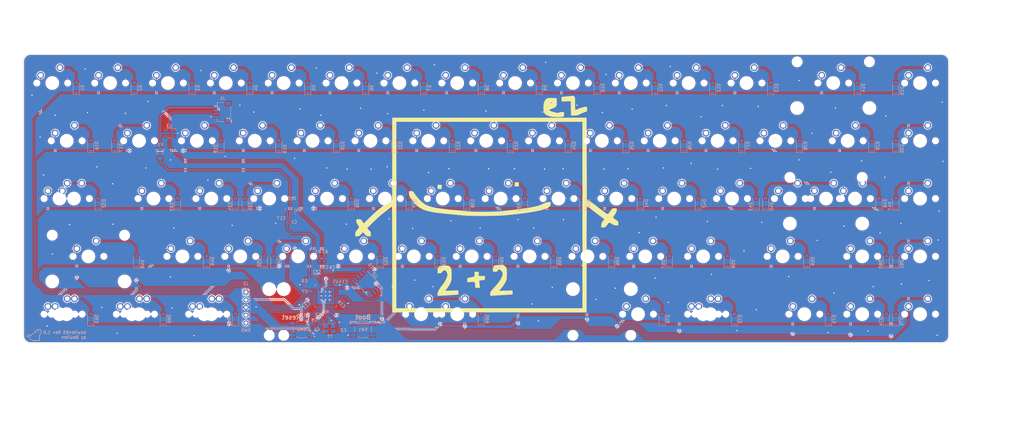
<source format=kicad_pcb>
(kicad_pcb (version 20211014) (generator pcbnew)
  (layers (0 "F.Cu" signal) (31 "B.Cu" signal) (34 "B.Paste" user) (35 "F.Paste" user) (36 "B.SilkS" user "B.Silkscreen") (37 "F.SilkS" user "F.Silkscreen") (38 "B.Mask" user) (39 "F.Mask" user) (44 "Edge.Cuts" user))
  (net 0 "")
  (net 1 "COL0")
  (net 2 "Net-(D1-Pad2)")
  (net 3 "Net-(D2-Pad2)")
  (net 4 "Net-(D3-Pad2)")
  (net 5 "Net-(D4-Pad2)")
  (net 6 "Net-(D5-Pad2)")
  (net 7 "Net-(D6-Pad2)")
  (net 8 "Net-(D7-Pad2)")
  (net 9 "Net-(D8-Pad2)")
  (net 10 "Net-(D9-Pad2)")
  (net 11 "Net-(D10-Pad2)")
  (net 12 "Net-(D11-Pad2)")
  (net 13 "Net-(D12-Pad2)")
  (net 14 "Net-(D13-Pad2)")
  (net 15 "Net-(D14-Pad2)")
  (net 16 "Net-(D15-Pad2)")
  (net 17 "COL1")
  (net 18 "Net-(D16-Pad2)")
  (net 19 "Net-(D17-Pad2)")
  (net 20 "Net-(D18-Pad2)")
  (net 21 "Net-(D19-Pad2)")
  (net 22 "Net-(D20-Pad2)")
  (net 23 "Net-(D21-Pad2)")
  (net 24 "Net-(D22-Pad2)")
  (net 25 "Net-(D23-Pad2)")
  (net 26 "Net-(D24-Pad2)")
  (net 27 "Net-(D25-Pad2)")
  (net 28 "Net-(D26-Pad2)")
  (net 29 "Net-(D27-Pad2)")
  (net 30 "Net-(D28-Pad2)")
  (net 31 "Net-(D29-Pad2)")
  (net 32 "Net-(D30-Pad2)")
  (net 33 "COL2")
  (net 34 "Net-(D32-Pad2)")
  (net 35 "Net-(D33-Pad2)")
  (net 36 "Net-(D34-Pad2)")
  (net 37 "Net-(D35-Pad2)")
  (net 38 "Net-(D36-Pad2)")
  (net 39 "Net-(D37-Pad2)")
  (net 40 "Net-(D38-Pad2)")
  (net 41 "Net-(D39-Pad2)")
  (net 42 "Net-(D40-Pad2)")
  (net 43 "Net-(D41-Pad2)")
  (net 44 "Net-(D42-Pad2)")
  (net 45 "Net-(D43-Pad2)")
  (net 46 "COL3")
  (net 47 "Net-(D46-Pad2)")
  (net 48 "Net-(D47-Pad2)")
  (net 49 "Net-(D48-Pad2)")
  (net 50 "Net-(D49-Pad2)")
  (net 51 "Net-(D50-Pad2)")
  (net 52 "Net-(D51-Pad2)")
  (net 53 "Net-(D52-Pad2)")
  (net 54 "Net-(D53-Pad2)")
  (net 55 "Net-(D54-Pad2)")
  (net 56 "Net-(D55-Pad2)")
  (net 57 "Net-(D56-Pad2)")
  (net 58 "Net-(D57-Pad2)")
  (net 59 "Net-(D58-Pad2)")
  (net 60 "COL4")
  (net 61 "Net-(D59-Pad2)")
  (net 62 "Net-(D60-Pad2)")
  (net 63 "Net-(D61-Pad2)")
  (net 64 "Net-(D63-Pad2)")
  (net 65 "Net-(D65-Pad2)")
  (net 66 "Net-(D67-Pad2)")
  (net 67 "ROW0")
  (net 68 "ROW1")
  (net 69 "ROW2")
  (net 70 "ROW3")
  (net 71 "ROW4")
  (net 72 "+3V3")
  (net 78 "GND")
  (net 79 "+1V1")
  (net 80 "SWDIO")
  (net 81 "SWCLK")
  (net 82 "XTAL_IN")
  (net 87 "Net-(C4-Pad2)")
  (net 88 "+5V")
  (net 89 "VBUS")
  (net 90 "D-")
  (net 91 "D+")
  (net 92 "RESET")
  (net 93 "Net-(R2-Pad2)")
  (net 94 "Net-(R3-Pad2)")
  (net 95 "Net-(R4-Pad1)")
  (net 96 "CS")
  (net 97 "XTAL_OUT")
  (net 98 "SD3")
  (net 99 "QSPI_CLK")
  (net 100 "SD0")
  (net 101 "SD2")
  (net 102 "SD1")
  (net 106 "COL5")
  (net 107 "COL6")
  (net 108 "COL7")
  (net 109 "COL8")
  (net 110 "COL9")
  (net 111 "COL10")
  (net 112 "COL11")
  (net 113 "COL12")
  (net 114 "COL13")
  (net 115 "COL14")
  (net 116 "Net-(D69-Pad2)")
  (net 117 "Net-(D70-Pad2)")
  (net 118 "Net-(D72-Pad2)")
  (net 119 "Net-(D73-Pad2)")
  (net 120 "Net-(D74-Pad2)")
  (net 121 "Net-(D75-Pad2)")
  (net 122 "Net-(D45-Pad2)")
  (footprint "MX_Only:MXOnly-1U-NoLED" (layer "F.Cu") (at 157.986952 168.337452)
    (fp_text reference "MX53")
    (fp_text value "MX-NoLED")
  )
  (footprint "MX_Only:MXOnly-1.5U-NoLED" (layer "F.Cu") (at 300.861952 130.237452)
    (fp_text reference "MX29")
    (fp_text value "MX-NoLED")
  )
  (footprint "MX_Only:MXOnly-1U-NoLED" (layer "F.Cu") (at 234.186952 168.337452)
    (fp_text reference "MX57")
    (fp_text value "MX-NoLED")
  )
  (footprint "MX_Only:MXOnly-6.25U-ReversedStabilizers-NoLED" (layer "F.Cu") (at 160.368202 187.387452)
    (fp_text reference "MX68")
    (fp_text value "MX-NoLED")
  )
  (footprint "MX_Only:MXOnly-1U-NoLED" (layer "F.Cu") (at 215.136952 168.337452)
    (fp_text reference "MX56")
    (fp_text value "MX-NoLED")
  )
  (footprint "MX_Only:MXOnly-1U-NoLED" (layer "F.Cu") (at 305.624452 187.387452)
    (fp_text reference "MX74")
    (fp_text value "MX-NoLED")
  )
  (footprint "MX_Only:MXOnly-1.25U-NoLED" (layer "F.Cu") (at 88.930702 187.387452)
    (fp_text reference "MX66")
    (fp_text value "MX-NoLED")
  )
  (footprint "MX_Only:MXOnly-1U-NoLED" (layer "F.Cu") (at 200.849452 130.237452)
    (fp_text reference "MX24")
    (fp_text value "MX-NoLED")
  )
  (footprint "MX_Only:MXOnly-1U-NoLED" (layer "F.Cu") (at 186.561952 149.287452)
    (fp_text reference "MX39")
    (fp_text value "MX-NoLED")
  )
  (footprint "MX_Only:MXOnly-1U-NoLED" (layer "F.Cu") (at 81.786952 168.337452)
    (fp_text reference "MX49")
    (fp_text value "MX-NoLED")
  )
  (footprint "MX_Only:MXOnly-1U-NoLED" (layer "F.Cu") (at 243.711952 149.287452)
    (fp_text reference "MX42")
    (fp_text value "MX-NoLED")
  )
  (footprint "MX_Only:MXOnly-1U-NoLED" (layer "F.Cu") (at 124.649452 130.237452)
    (fp_text reference "MX20")
    (fp_text value "MX-NoLED")
  )
  (footprint "MX_Only:MXOnly-1U-NoLED" (layer "F.Cu") (at 210.374452 111.187452)
    (fp_text reference "MX10")
    (fp_text value "MX-NoLED")
  )
  (footprint "MX_Only:MXOnly-1.25U-NoLED" (layer "F.Cu") (at 255.618202 187.387452)
    (fp_text reference "MX72")
    (fp_text value "MX-NoLED")
  )
  (footprint "MX_Only:MXOnly-1U-NoLED" (layer "F.Cu") (at 167.511952 149.287452)
    (fp_text reference "MX38")
    (fp_text value "MX-NoLED")
  )
  (footprint "MX_Only:MXOnly-1.25U-NoLED" (layer "F.Cu") (at 231.805702 187.387452)
    (fp_text reference "MX70")
    (fp_text value "MX-NoLED")
  )
  (footprint "MX_Only:MXOnly-1U-NoLED" (layer "F.Cu") (at 262.761952 149.287452)
    (fp_text reference "MX43")
    (fp_text value "MX-NoLED")
  )
  (footprint "bitmaps:nerd" (layer "F.Cu") (at 183.642 153.67)
    (fp_text reference "G***" hide)
    (fp_text value "LOGO" hide)
  )
  (footprint "MX_Only:MXOnly-1U-NoLED" (layer "F.Cu") (at 153.224452 111.187452)
    (fp_text reference "MX7")
    (fp_text value "MX-NoLED")
  )
  (footprint "MX_Only:MXOnly-1U-NoLED" (layer "F.Cu") (at 229.424452 111.187452)
    (fp_text reference "MX11")
    (fp_text value "MX-NoLED")
  )
  (footprint "MX_Only:MXOnly-1.5U-NoLED" (layer "F.Cu") (at 253.236952 187.387452)
    (fp_text reference "MX71")
    (fp_text value "MX-NoLED")
  )
  (footprint "MX_Only:MXOnly-1U-NoLED" (layer "F.Cu") (at 148.461952 149.287452)
    (fp_text reference "MX37")
    (fp_text value "MX-NoLED")
  )
  (footprint "MX_Only:MXOnly-1U-NoLED" (layer "F.Cu") (at 129.411952 149.287452)
    (fp_text reference "MX36")
    (fp_text value "MX-NoLED")
  )
  (footprint "MX_Only:MXOnly-1U-NoLED" (layer "F.Cu") (at 205.611952 149.287452)
    (fp_text reference "MX40")
    (fp_text value "MX-NoLED")
  )
  (footprint "MX_Only:MXOnly-1U-NoLED" (layer "F.Cu") (at 100.836952 168.337452)
    (fp_text reference "MX50")
    (fp_text value "MX-NoLED")
  )
  (footprint "MX_Only:MXOnly-1.75U-NoLED" (layer "F.Cu") (at 279.430702 168.337452)
    (fp_text reference "MX59")
    (fp_text value "MX-NoLED")
  )
  (footprint "MX_Only:MXOnly-1U-NoLED" (layer "F.Cu") (at 219.899452 130.237452)
    (fp_text reference "MX25")
    (fp_text value "MX-NoLED")
  )
  (footprint "MX_Only:MXOnly-1U-NoLED" (layer "F.Cu") (at 72.261952 149.287452)
    (fp_text reference "MX33")
    (fp_text value "MX-NoLED")
  )
  (footprint "MX_Only:MXOnly-7U-ReversedStabilizers-NoLED" (layer "F.Cu") (at 172.274452 187.387452)
    (fp_text reference "MX69")
    (fp_text value "MX-NoLED")
  )
  (footprint "MX_Only:MXOnly-1U-NoLED" (layer "F.Cu") (at 67.499452 187.387452)
    (fp_text reference "MX65")
    (fp_text value "MX-NoLED")
  )
  (footprint "MX_Only:MXOnly-1U-NoLED" (layer "F.Cu") (at 238.949452 130.237452)
    (fp_text reference "MX26")
    (fp_text value "MX-NoLED")
  )
  (footprint "MX_Only:MXOnly-1.5U-NoLED" (layer "F.Cu") (at 43.686952 130.237452)
    (fp_text reference "MX16")
    (fp_text value "MX-NoLED")
  )
  (footprint "MX_Only:MXOnly-1U-NoLED" (layer "F.Cu") (at 138.936952 168.337452)
    (fp_text reference "MX52")
    (fp_text value "MX-NoLED")
  )
  (footprint "MX_Only:MXOnly-2.25U-NoLED" (layer "F.Cu") (at 293.718202 149.287452)
    (fp_text reference "MX45")
    (fp_text value "MX-NoLED")
  )
  (footprint "MX_Only:MXOnly-1U-NoLED" (layer "F.Cu") (at 162.749452 130.237452)
    (fp_text reference "MX22")
    (fp_text value "MX-NoLED")
  )
  (footprint "MX_Only:MXOnly-1.75U-NoLED" (layer "F.Cu") (at 46.068202 149.287452)
    (fp_text reference "MX32")
    (fp_text value "MX-NoLED")
  )
  (footprint "MX_Only:MXOnly-1U-NoLED" (layer "F.Cu") (at 134.174452 111.187452)
    (fp_text reference "MX6")
    (fp_text value "MX-NoLED")
  )
  (footprint "MX_Only:MXOnly-2.25U-NoLED" (layer "F.Cu") (at 50.830702 168.337452)
    (fp_text reference "MX48")
    (fp_text value "MX-NoLED")
  )
  (footprint "MX_Only:MXOnly-1U-NoLED" (layer "F.Cu") (at 119.886952 168.337452)
    (fp_text reference "MX51")
    (fp_text value "MX-NoLED")
  )
  (footprint "MX_Only:MXOnly-1U-NoLED" (layer "F.Cu") (at 91.311952 149.287452)
    (fp_text reference "MX34")
    (fp_text value "MX-NoLED")
  )
  (footprint "MX_Only:MXOnly-1U-NoLED" (layer "F.Cu") (at 286.574452 187.387452)
    (fp_text reference "MX73")
    (fp_text value "MX-NoLED")
  )
  (footprint "MX_Only:MXOnly-2U-NoLED" (layer "F.Cu") (at 296.099452 111.187452)
    (fp_text reference "MX14")
    (fp_text value "MX-NoLED")
  )
  (footprint "MX_Only:MXOnly-1.25U-NoLED" (layer "F.Cu") (at 65.118202 187.387452)
    (fp_text reference "MX64")
    (fp_text value "MX-NoLED")
  )
  (footprint "MX_Only:MXOnly-1U-NoLED" (layer "F.Cu") (at 324.674452 168.337452)
    (fp_text reference "MX61")
    (fp_text value "MX-NoLED")
  )
  (footprint "MX_Only:MXOnly-1U-NoLED" (layer "F.Cu") (at 57.974452 111.187452)
    (fp_text reference "MX2")
    (fp_text value "MX-NoLED")
  )
  (footprint "MX_Only:MXOnly-1U-NoLED" (layer "F.Cu") (at 324.674452 149.287452)
    (fp_text reference "MX47")
    (fp_text value "MX-NoLED")
  )
  (footprint "MX_Only:MXOnly-1.25U-NoLED" (layer "F.Cu") (at 41.305702 187.387452)
    (fp_text reference "MX62")
    (fp_text value "MX-NoLED")
  )
  (footprint "MX_Only:MXOnly-1U-NoLED" (layer "F.Cu") (at 305.624452 168.337452)
    (fp_text reference "MX60")
    (fp_text value "MX-NoLED")
  )
  (footprint "MX_Only:MXOnly-1.25U-NoLED" (layer "F.Cu") (at 303.243202 149.287452)
    (fp_text reference "MX46")
    (fp_text value "MX-NoLED")
  )
  (footprint "MX_Only:MXOnly-1U-NoLED" (layer "F.Cu") (at 324.674452 130.237452)
    (fp_text reference "MX30")
    (fp_text value "MX-NoLED")
  )
  (footprint "MX_Only:MXOnly-1U-NoLED" (layer "F.Cu") (at 96.074452 111.187452)
    (fp_text reference "MX4")
    (fp_text value "MX-NoLED")
  )
  (footprint "MX_Only:MXOnly-1U-NoLED" (layer "F.Cu") (at 248.474452 111.187452)
    (fp_text reference "MX12")
    (fp_text value "MX-NoLED")
  )
  (footprint "MX_Only:MXOnly-1U-NoLED" (layer "F.Cu") (at 86.549452 130.237452)
    (fp_text reference "MX18")
    (fp_text value "MX-NoLED")
  )
  (footprint "MX_Only:MXOnly-1U-NoLED" (layer "F.Cu") (at 181.799452 130.237452)
    (fp_text reference "MX23")
    (fp_text value "MX-NoLED")
  )
  (footprint "MX_Only:MXOnly-1U-NoLED" (layer "F.Cu") (at 143.699452 130.237452)
    (fp_text reference "MX21")
    (fp_text value "MX-NoLED")
  )
  (footprint "MX_Only:MXOnly-1.5U-NoLED" (layer "F.Cu") (at 43.686952 187.387452)
    (fp_text reference "MX63")
    (fp_text value "MX-NoLED")
  )
  (footprint "MX_Only:MXOnly-1U-NoLED" (layer "F.Cu") (at 191.324452 111.187452)
    (fp_text reference "MX9")
    (fp_text value "MX-NoLED")
  )
  (footprint "MX_Only:MXOnly-1U-NoLED" (layer "F.Cu") (at 257.999452 130.237452)
    (fp_text reference "MX27")
    (fp_text value "MX-NoLED")
  )
  (footprint "MX_Only:MXOnly-1U-NoLED" (layer "F.Cu") (at 277.049452 130.237452)
    (fp_text reference "MX28")
    (fp_text value "MX-NoLED")
  )
  (footprint "MX_Only:MXOnly-1U-NoLED" (layer "F.Cu") (at 324.674452 111.187452)
    (fp_text reference "MX15")
    (fp_text value "MX-NoLED")
  )
  (footprint "MX_Only:MXOnly-1U-NoLED" (layer "F.Cu") (at 67.499452 130.237452)
    (fp_text reference "MX17")
    (fp_text value "MX-NoLED")
  )
  (footprint "MX_Only:MXOnly-1U-NoLED" (layer "F.Cu") (at 281.811952 149.287452)
    (fp_text reference "MX44")
    (fp_text value "MX-NoLED")
  )
  (footprint "MX_Only:MXOnly-1U-NoLED" (layer "F.Cu") (at 177.036952 168.337452)
    (fp_text reference "MX54")
    (fp_text value "MX-NoLED")
  )
  (footprint "MX_Only:MXOnly-1U-NoLED" (layer "F.Cu") (at 324.674452 187.387452)
    (fp_text reference "MX75")
    (fp_text value "MX-NoLED")
  )
  (footprint "MX_Only:MXOnly-1U-NoLED" (layer "F.Cu") (at 38.924452 111.187452)
    (fp_text reference "MX1")
    (fp_text value "MX-NoLED")
  )
  (footprint "MX_Only:MXOnly-1U-NoLED" (layer "F.Cu") (at 115.124452 111.187452)
    (fp_text reference "MX5")
    (fp_text value "MX-NoLED")
  )
  (footprint "MX_Only:MXOnly-1U-NoLED" (layer "F.Cu") (at 253.236952 168.337452)
    (fp_text reference "MX58")
    (fp_text value "MX-NoLED")
  )
  (footprint "MX_Only:MXOnly-1U-NoLED" (layer "F.Cu") (at 105.599452 130.237452)
    (fp_text reference "MX19")
    (fp_text value "MX-NoLED")
  )
  (footprint "MX_Only:MXOnly-1.5U-NoLED" (layer "F.Cu") (at 91.311952 187.387452)
    (fp_text reference "MX67")
    (fp_text value "MX-NoLED")
  )
  (footprint "MX_Only:MXOnly-1U-NoLED" (layer "F.Cu") (at 172.274452 111.187452)
    (fp_text reference "MX8")
    (fp_text value "MX-NoLED")
  )
  (footprint "MX_Only:MXOnly-1U-NoLED" (layer "F.Cu") (at 110.361952 149.287452)
    (fp_text reference "MX35")
    (fp_text value "MX-NoLED")
  )
  (footprint "MX_Only:MXOnly-1U-NoLED" (layer "F.Cu") (at 77.024452 111.187452)
    (fp_text reference "MX3")
    (fp_text value "MX-NoLED")
  )
  (footprint "MX_Only:MXOnly-1.25U-NoLED" (layer "F.Cu") (at 41.305702 149.287452)
    (fp_text reference "MX31")
    (fp_text value "MX-NoLED")
  )
  (footprint "MX_Only:MXOnly-1U-NoLED" (layer "F.Cu") (at 196.086952 168.337452)
    (fp_text reference "MX55")
    (fp_text value "MX-NoLED")
  )
  (footprint "MX_Only:MXOnly-1U-NoLED" (layer "F.Cu") (at 267.524452 111.187452)
    (fp_text reference "MX13")
    (fp_text value "MX-NoLED")
  )
  (footprint "MX_Only:MXOnly-1U-NoLED" (layer "F.Cu") (at 224.661952 149.287452)
    (fp_text reference "MX41")
    (fp_text value "MX-NoLED")
  )
  (footprint "Diode_SMD:D_SOD-123" (layer "B.Cu") (at 113.536952 131.824952 90)
    (fp_text reference "D19")
    (fp_text value "SOD-123")
  )
  (footprint "Diode_SMD:D_SOD-123" (layer "B.Cu") (at 308.799452 131.824952 90)
    (fp_text reference "D29")
    (fp_text value "SOD-123")
  )
  (footprint "Diode_SMD:D_SOD-123" (layer "B.Cu") (at 311.180702 150.874952 90)
    (fp_text reference "D46")
    (fp_text value "SOD-123")
  )
  (footprint "Diode_SMD:D_SOD-123" (layer "B.Cu") (at 316.70625 169.924952 90)
    (fp_text reference "D61")
    (fp_text value "SOD-123")
  )
  (footprint "Capacitor_SMD:C_0402_1005Metric" (layer "B.Cu") (at 122.0216 177.6476 180)
    (fp_text reference "C9")
    (fp_text value "0.1u")
  )
  (footprint "Diode_SMD:D_SOD-123" (layer "B.Cu") (at 46.861952 112.774952 90)
    (fp_text reference "D1")
    (fp_text value "SOD-123")
  )
  (footprint "Capacitor_SMD:C_0402_1005Metric" (layer "B.Cu") (at 143.424589 172.634589 -45)
    (fp_text reference "C10")
    (fp_text value "0.1u")
  )
  (footprint "Diode_SMD:D_SOD-123" (layer "B.Cu") (at 161.161952 112.774952 90)
    (fp_text reference "D7")
    (fp_text value "SOD-123")
  )
  (footprint "Diode_SMD:D_SOD-123" (layer "B.Cu") (at 75.436952 188.974952 90)
    (fp_text reference "D65")
    (fp_text value "SOD-123")
  )
  (footprint "Button_Switch_SMD:SW_SPST_TL3342" (layer "B.Cu") (at 121.031 192.41 180)
    (fp_text reference "SW2")
    (fp_text value "Reset")
  )
  (footprint "Diode_SMD:D_SOD-123" (layer "B.Cu") (at 199.261952 112.774952 90)
    (fp_text reference "D9")
    (fp_text value "SOD-123")
  )
  (footprint "Diode_SMD:D_SOD-123" (layer "B.Cu") (at 263.555702 188.974952 90)
    (fp_text reference "D72")
    (fp_text value "SOD-123")
  )
  (footprint "Package_TO_SOT_SMD:SOT-23" (layer "B.Cu") (at 117.25 153.049 90)
    (fp_text reference "U4")
    (fp_text value "XC6206PxxxMR")
  )
  (footprint "Diode_SMD:D_SOD-123" (layer "B.Cu") (at 273.84375 150.874952 90)
    (fp_text reference "D45")
    (fp_text value "SOD-123")
  )
  (footprint "Capacitor_SMD:C_0402_1005Metric" (layer "B.Cu") (at 126.619 189.992 -90)
    (fp_text reference "C8")
    (fp_text value "0.1u")
  )
  (footprint "Diode_SMD:D_SOD-123" (layer "B.Cu") (at 275.461952 112.774952 90)
    (fp_text reference "D13")
    (fp_text value "SOD-123")
  )
  (footprint "Diode_SMD:D_SOD-123" (layer "B.Cu") (at 204.024452 169.924952 90)
    (fp_text reference "D55")
    (fp_text value "SOD-123")
  )
  (footprint "Diode_SMD:D_SOD-123" (layer "B.Cu") (at 180.211952 112.774952 90)
    (fp_text reference "D8")
    (fp_text value "SOD-123")
  )
  (footprint "Diode_SMD:D_SOD-123" (layer "B.Cu") (at 102.39375 150.874952 90)
    (fp_text reference "D35")
    (fp_text value "SOD-123")
  )
  (footprint "Resistor_SMD:R_0402_1005Metric" (layer "B.Cu") (at 122.428 188.854)
    (fp_text reference "R1")
    (fp_text value "1k")
  )
  (footprint "Connector_PinSocket_2.54mm:PinSocket_1x05_P2.54mm_Vertical" (layer "B.Cu") (at 102.718 180.116 180)
    (fp_text reference "J2")
    (fp_text value "SWD")
  )
  (footprint "Capacitor_SMD:C_0402_1005Metric" (layer "B.Cu") (at 135.0264 183.1848 -45)
    (fp_text reference "C16")
    (fp_text value "0.1u")
  )
  (footprint "Diode_SMD:D_SOD-123" (layer "B.Cu") (at 54.005702 150.874952 90)
    (fp_text reference "D32")
    (fp_text value "SOD-123")
  )
  (footprint "Diode_SMD:D_SOD-123" (layer "B.Cu") (at 123.061952 112.774952 90)
    (fp_text reference "D5")
    (fp_text value "SOD-123")
  )
  (footprint "Diode_SMD:D_SOD-123" (layer "B.Cu") (at 132.586952 131.824952 90)
    (fp_text reference "D20")
    (fp_text value "SOD-123")
  )
  (footprint "marbastlib-various:SOT-23-6-routable" (layer "B.Cu") (at 77.47 127.762 180)
    (fp_text reference "U3")
    (fp_text value "SRV05-4")
  )
  (footprint "Resistor_SMD:R_0603_1608Metric" (layer "B.Cu") (at 128.524 169.037 -90)
    (fp_text reference "R2")
    (fp_text value "27")
  )
  (footprint "Diode_SMD:D_SOD-123" (layer "B.Cu") (at 156.399452 150.874952 90)
    (fp_text reference "D37")
    (fp_text value "SOD-123")
  )
  (footprint "Diode_SMD:D_SOD-123" (layer "B.Cu") (at 59.53125 131.7625 90)
    (fp_text reference "D17")
    (fp_text value "SOD-123")
  )
  (footprint "Diode_SMD:D_SOD-123" (layer "B.Cu") (at 304.036952 112.774952 90)
    (fp_text reference "D14")
    (fp_text value "SOD-123")
  )
  (footprint "Diode_SMD:D_SOD-123" (layer "B.Cu") (at 223.074452 169.924952 90)
    (fp_text reference "D56")
    (fp_text value "SOD-123")
  )
  (footprint "Diode_SMD:D_SOD-123" (layer "B.Cu") (at 261.174452 169.924952 90)
    (fp_text reference "D58")
    (fp_text value "SOD-123")
  )
  (footprint "Capacitor_SMD:C_0402_1005Metric" (layer "B.Cu") (at 116.742 155.843)
    (fp_text reference "C17")
    (fp_text value "1u")
  )
  (footprint "Diode_SMD:D_SOD-123" (layer "B.Cu") (at 65.911952 112.774952 90)
    (fp_text reference "D2")
    (fp_text value "SOD-123")
  )
  (footprint "Diode_SMD:D_SOD-123" (layer "B.Cu") (at 175.449452 150.874952 90)
    (fp_text reference "D38")
    (fp_text value "SOD-123")
  )
  (footprint "Capacitor_SMD:C_0402_1005Metric" (layer "B.Cu") (at 130.429 173.482 90)
    (fp_text reference "C6")
    (fp_text value "0.1u")
  )
  (footprint "Diode_SMD:D_SOD-123" (layer "B.Cu") (at 316.70625 188.974952 90)
    (fp_text reference "D75")
    (fp_text value "SOD-123")
  )
  (footprint "Capacitor_SMD:C_0402_1005Metric" (layer "B.Cu") (at 134.747 178.181 90)
    (fp_text reference "C14")
    (fp_text value "0.1u")
  )
  (footprint "Diode_SMD:D_SOD-123" (layer "B.Cu") (at 237.361952 112.774952 90)
    (fp_text reference "D11")
    (fp_text value "SOD-123")
  )
  (footprint "Diode_SMD:D_SOD-123" (layer "B.Cu") (at 189.736952 131.824952 90)
    (fp_text reference "D23")
    (fp_text value "SOD-123")
  )
  (footprint "Diode_SMD:D_SOD-123" (layer "B.Cu") (at 84.961952 112.774952 90)
    (fp_text reference "D3")
    (fp_text value "SOD-123")
  )
  (footprint "Diode_SMD:D_SOD-123" (layer "B.Cu") (at 51.624452 188.974952 90)
    (fp_text reference "D63")
    (fp_text value "SOD-123")
  )
  (footprint "Diode_SMD:D_SOD-123" (layer "B.Cu") (at 80.199452 150.874952 90)
    (fp_text reference "D33")
    (fp_text value "SOD-123")
  )
  (footprint "Diode_SMD:D_SOD-123" (layer "B.Cu") (at 51.624452 131.824952 90)
    (fp_text reference "D16")
    (fp_text value "SOD-123")
  )
  (footprint "Diode_SMD:D_SOD-123" (layer "B.Cu") (at 232.599452 150.874952 90)
    (fp_text reference "D41")
    (fp_text value "SOD-123")
  )
  (footprint "Diode_SMD:D_SOD-123" (layer "B.Cu") (at 99.249452 188.974952 90)
    (fp_text reference "D67")
    (fp_text value "SOD-123")
  )
  (footprint "Diode_SMD:D_SOD-123" (layer "B.Cu") (at 239.743202 188.974952 90)
    (fp_text reference "D70")
    (fp_text value "SOD-123")
  )
  (footprint "Capacitor_SMD:C_0402_1005Metric" (layer "B.Cu") (at 127.381 192.405 90)
    (fp_text reference "C4")
    (fp_text value "22pF")
  )
  (footprint "Diode_SMD:D_SOD-123" (layer "B.Cu") (at 316.70625 150.8125 90)
    (fp_text reference "D47")
    (fp_text value "SOD-123")
  )
  (footprint "Diode_SMD:D_SOD-123" (layer "B.Cu") (at 287.368202 169.924952 90)
    (fp_text reference "D59")
    (fp_text value "SOD-123")
  )
  (footprint "cipulot_parts:RP2040-QFN-56" (layer "B.Cu") (at 128.905 181.356 180)
    (fp_text reference "U1")
    (fp_text value "RP2040")
  )
  (footprint "Capacitor_SMD:C_0402_1005Metric" (layer "B.Cu") (at 122.0216 178.7144 180)
    (fp_text reference "C7")
    (fp_text value "0.1u")
  )
  (footprint "Capacitor_SMD:C_0402_1005Metric" (layer "B.Cu") (at 116.742 157.113)
    (fp_text reference "C1")
    (fp_text value "10u")
  )
  (footprint "Diode_SMD:D_SOD-123" (layer "B.Cu") (at 104.011952 112.774952 90)
    (fp_text reference "D4")
    (fp_text value "SOD-123")
  )
  (footprint "Diode_SMD:D_SOD-123" (layer "B.Cu") (at 146.874452 169.924952 90)
    (fp_text reference "D52")
    (fp_text value "SOD-123")
  )
  (footprint "Diode_SMD:D_SOD-123" (layer "B.Cu") (at 313.561952 188.974952 90)
    (fp_text reference "D74")
    (fp_text value "SOD-123")
  )
  (footprint "Diode_SMD:D_SOD-123" (layer "B.Cu") (at 165.924452 169.924952 90)
    (fp_text reference "D53")
    (fp_text value "SOD-123")
  )
  (footprint "Diode_SMD:D_SOD-123" (layer "B.Cu") (at 227.836952 131.824952 90)
    (fp_text reference "D25")
    (fp_text value "SOD-123")
  )
  (footprint "Diode_SMD:D_SOD-123" (layer "B.Cu") (at 294.511952 188.974952 90)
    (fp_text reference "D73")
    (fp_text value "SOD-123")
  )
  (footprint "Capacitor_SMD:C_0402_1005Metric" (layer "B.Cu") (at 121.666 183.515 -135)
    (fp_text reference "C11")
    (fp_text value "0.1u")
  )
  (footprint "Diode_SMD:D_SOD-123" (layer "B.Cu") (at 284.986952 131.824952 90)
    (fp_text reference "D28")
    (fp_text value "SOD-123")
  )
  (footprint "Diode_SMD:D_SOD-123" (layer "B.Cu") (at 170.686952 131.824952 90)
    (fp_text reference "D22")
    (fp_text value "SOD-123")
  )
  (footprint "Diode_SMD:D_SOD-123" (layer "B.Cu") (at 246.886952 131.824952 90)
    (fp_text reference "D26")
    (fp_text value "SOD-123")
  )
  (footprint "Diode_SMD:D_SOD-123" (layer "B.Cu") (at 142.111952 112.774952 90)
    (fp_text reference "D6")
    (fp_text value "SOD-123")
  )
  (footprint "Diode_SMD:D_SOD-123" (layer "B.Cu") (at 270.699452 150.874952 90)
    (fp_text reference "D43")
    (fp_text value "SOD-123")
  )
  (footprint "Button_Switch_SMD:SW_SPST_TL3342" (layer "B.Cu") (at 141.224 192.41)
    (fp_text reference "SW1")
    (fp_text value "Boot")
  )
  (footprint "Diode_SMD:D_SOD-123" (layer "B.Cu") (at 316.70625 112.7125 90)
    (fp_text reference "D15")
    (fp_text value "SOD-123")
  )
  (footprint "Diode_SMD:D_SOD-123" (layer "B.Cu") (at 265.936952 131.824952 90)
    (fp_text reference "D27")
    (fp_text value "SOD-123")
  )
  (footprint "Capacitor_SMD:C_0402_1005Metric" (layer "B.Cu") (at 127.762 189.357 -90)
    (fp_text reference "C12")
    (fp_text value "0.1u")
  )
  (footprint "Diode_SMD:D_SOD-123" (layer "B.Cu") (at 111.91875 169.924952 90)
    (fp_text reference "D51")
    (fp_text value "SOD-123")
  )
  (footprint "Capacitor_SMD:C_0402_1005Metric" (layer "B.Cu") (at 129.286 173.482 90)
    (fp_text reference "C13")
    (fp_text value "0.1u")
  )
  (footprint "Diode_SMD:D_SOD-123" (layer "B.Cu") (at 66.675 169.924952 90)
    (fp_text reference "D48")
    (fp_text value "SOD-123")
  )
  (footprint "Diode_SMD:D_SOD-123" (layer "B.Cu") (at 313.561952 169.924952 90)
    (fp_text reference "D60")
    (fp_text value "SOD-123")
  )
  (footprint "Crystal:Crystal_SMD_3225-4Pin_3.2x2.5mm" (layer "B.Cu") (at 130.2844 192.19)
    (fp_text reference "Y1")
    (fp_text value "12MHz")
  )
  (footprint "Capacitor_SMD:C_0402_1005Metric" (layer "B.Cu") (at 125.349 175.387 90)
    (fp_text reference "C5")
    (fp_text value "1u")
  )
  (footprint "Capacitor_SMD:C_0402_1005Metric" (layer "B.Cu") (at 126.619 175.387 90)
    (fp_text reference "C2")
    (fp_text value "1u")
  )
  (footprint "Diode_SMD:D_SOD-123" (layer "B.Cu") (at 213.549452 150.874952 90)
    (fp_text reference "D40")
    (fp_text value "SOD-123")
  )
  (footprint "Diode_SMD:D_SOD-123" (layer "B.Cu") (at 94.486952 131.824952 90)
    (fp_text reference "D18")
    (fp_text value "SOD-123")
  )
  (footprint "Diode_SMD:D_SOD-123" (layer "B.Cu") (at 242.124452 169.924952 90)
    (fp_text reference "D57")
    (fp_text value "SOD-123")
  )
  (footprint "Resistor_SMD:R_0402_1005Metric" (layer "B.Cu") (at 146.2532 189.992 90)
    (fp_text reference "R4")
    (fp_text value "1k")
  )
  (footprint "Connector_JST:JST_SH_SM04B-SRSS-TB_1x04-1MP_P1.00mm_Horizontal" (layer "B.Cu") (at 94.996 120.777 -90)
    (fp_text reference "J1")
    (fp_text value "SM04B")
  )
  (footprint "Diode_SMD:D_SOD-123" (layer "B.Cu") (at 251.649452 150.874952 90)
    (fp_text reference "D42")
    (fp_text value "SOD-123")
  )
  (footprint "Capacitor_SMD:C_0402_1005Metric" (layer "B.Cu") (at 117.729 150.368)
    (fp_text reference "C15")
    (fp_text value "1u")
  )
  (footprint "Diode_SMD:D_SOD-123" (layer "B.Cu") (at 208.786952 131.824952 90)
    (fp_text reference "D24")
    (fp_text value "SOD-123")
  )
  (footprint "LOGO" (layer "B.Cu") (at 32.893 194.183 180)
    (fp_text reference "G***" hide)
    (fp_text value "LOGO" hide)
  )
  (footprint "Diode_SMD:D_SOD-123" (layer "B.Cu") (at 256.411952 112.774952 90)
    (fp_text reference "D12")
    (fp_text value "SOD-123")
  )
  (footprint "Package_SO:SOIC-8_5.23x5.23mm_P1.27mm" (layer "B.Cu") (at 142.789589 177.206589 135)
    (fp_text reference "U2")
    (fp_text value "W25Q128JVS")
  )
  (footprint "Capacitor_SMD:C_0402_1005Metric" (layer "B.Cu") (at 133.477 192.5592 -90)
    (fp_text reference "C3")
    (fp_text value "22pF")
  )
  (footprint "Resistor_SMD:R_0603_1608Metric" (layer "B.Cu") (at 126.873 169.037 -90)
    (fp_text reference "R3")
    (fp_text value "27")
  )
  (footprint "Fuse:Fuse_1206_3216Metric" (layer "B.Cu") (at 74.422 134.493 90)
    (fp_text reference "F1")
    (fp_text value "500mA")
  )
  (footprint "Diode_SMD:D_SOD-123" (layer "B.Cu") (at 194.499452 150.874952 90)
    (fp_text reference "D39")
    (fp_text value "SOD-123")
  )
  (footprint "Diode_SMD:D_SOD-123" (layer "B.Cu") (at 180.211952 188.974952 90)
    (fp_text reference "D69")
    (fp_text value "SOD-123")
  )
  (footprint "Diode_SMD:D_SOD-123" (layer "B.Cu") (at 89.724452 169.924952 90)
    (fp_text reference "D49")
    (fp_text value "SOD-123")
  )
  (footprint "Diode_SMD:D_SOD-123" (layer "B.Cu") (at 151.636952 131.824952 90)
    (fp_text reference "D21")
    (fp_text value "SOD-123")
  )
  (footprint "Diode_SMD:D_SOD-123" (layer "B.Cu") (at 218.311952 112.774952 90)
    (fp_text reference "D10")
    (fp_text value "SOD-123")
  )
  (footprint "Diode_SMD:D_SOD-123" (layer "B.Cu") (at 184.974452 169.924952 90)
    (fp_text reference "D54")
    (fp_text value "SOD-123")
  )
  (footprint "Resistor_SMD:R_0402_1005Metric" (layer "B.Cu") (at 129.0828 188.212 90)
    (fp_text reference "R5")
    (fp_text value "1k")
  )
  (footprint "Diode_SMD:D_SOD-123" (layer "B.Cu") (at 137.349452 150.874952 90)
    (fp_text reference "D36")
    (fp_text value "SOD-123")
  )
  (footprint "Diode_SMD:D_SOD-123" (layer "B.Cu") (at 316.70625 131.7625 90)
    (fp_text reference "D30")
    (fp_text value "SOD-123")
  )
  (footprint "Diode_SMD:D_SOD-123" (layer "B.Cu") (at 99.249452 150.874952 90)
    (fp_text reference "D34")
    (fp_text value "SOD-123")
  )
  (footprint "Diode_SMD:D_SOD-123" (layer "B.Cu") (at 108.774452 169.924952 90)
    (fp_text reference "D50")
    (fp_text value "SOD-123")
  )
  (gr_arc (start 331.818202 101.662452) (mid 333.502018 102.359901) (end 334.199452 104.043702) (layer "Edge.Cuts") (width 0.1))
  (gr_arc (start 334.199452 194.531202) (mid 333.501982 196.214968) (end 331.818202 196.912452) (layer "Edge.Cuts") (width 0.1))
  (gr_line (start 29.399452 104.043702) (end 29.399452 194.531202) (layer "Edge.Cuts") (width 0.1))
  (gr_arc (start 29.399452 104.043702) (mid 30.096904 102.359904) (end 31.780702 101.662452) (layer "Edge.Cuts") (width 0.1))
  (gr_line (start 331.818202 101.662452) (end 31.780702 101.662452) (layer "Edge.Cuts") (width 0.1))
  (gr_line (start 31.780702 196.912452) (end 331.818202 196.912452) (layer "Edge.Cuts") (width 0.1))
  (gr_arc (start 31.780702 196.912452) (mid 30.096886 196.215003) (end 29.399452 194.531202) (layer "Edge.Cuts") (width 0.1))
  (gr_line (start 334.199452 194.531202) (end 334.199452 104.043702) (layer "Edge.Cuts") (width 0.1))
  (gr_text "Reset" (at 117.6528 188.3664) (layer "B.SilkS") (effects (font (size 1.5 1.5) (thickness 0.3)) (justify mirror)))
  (gr_text "bowiten65 Rev 1.0\nby Bowiten" (at 50.165 194.183) (layer "B.SilkS") (effects (font (size 1 1)) (justify left mirror)))
  (gr_text "SWD" (at 102.718 192.659) (layer "B.SilkS") (effects (font (size 1 1)) (justify mirror)))
  (gr_text "Boot\n" (at 141.2748 188.3664) (layer "B.SilkS") (effects (font (size 1.5 1.5) (thickness 0.3)) (justify mirror)))
  (segment (start 39.876952 127.697452) (end 39.876952 144.366202) (width 0.2) (layer "F.Cu") (net 1))
  (segment (start 47.020702 175.322452) (end 37.495702 184.847452) (width 0.2) (layer "F.Cu") (net 1))
  (segment (start 42.258202 146.747452) (end 37.495702 146.747452) (width 0.2) (layer "F.Cu") (net 1))
  (segment (start 37.495702 156.272452) (end 42.258202 161.034952) (width 0.2) (layer "F.Cu") (net 1))
  (segment (start 37.495702 184.847452) (end 39.876952 184.847452) (width 0.2) (layer "F.Cu") (net 1))
  (segment (start 47.020702 165.797452) (end 42.258202 161.034952) (width 0.2) (layer "F.Cu") (net 1))
  (segment (start 39.876952 144.366202) (end 42.258202 146.747452) (width 0.2) (layer "F.Cu") (net 1))
  (segment (start 37.495702 146.747452) (end 37.495702 156.272452) (width 0.2) (layer "F.Cu") (net 1))
  (segment (start 47.020702 165.797452) (end 47.020702 175.322452) (width 0.2) (layer "F.Cu") (net 1))
  (segment (start 35.114452 108.647452) (end 35.114452 122.934952) (width 0.2) (layer "F.Cu") (net 1))
  (segment (start 35.114452 122.934952) (end 39.876952 127.697452) (width 0.2) (layer "F.Cu") (net 1))
  (via (at 47.020702 175.322452) (size 0.8) (drill 0.4) (layers "F.Cu" "B.Cu") (net 1))
  (segment (start 125.4675 182.756) (end 124.537942 182.756) (width 0.2) (layer "B.Cu") (net 1))
  (segment (start 98.403117 176.835) (end 96.244116 178.994) (width 0.2) (layer "B.Cu") (net 1))
  (segment (start 96.244116 178.994) (end 50.69225 178.994) (width 0.2) (layer "B.Cu") (net 1))
  (segment (start 124.537942 182.756) (end 122.076942 185.217) (width 0.2) (layer "B.Cu") (net 1))
  (segment (start 106.121 179.62457) (end 106.121 178.407259) (width 0.2) (layer "B.Cu") (net 1))
  (segment (start 122.076942 185.217) (end 111.71343 185.217) (width 0.2) (layer "B.Cu") (net 1))
  (segment (start 111.71343 185.217) (end 106.121 179.62457) (width 0.2) (layer "B.Cu") (net 1))
  (segment (start 50.69225 178.994) (end 47.020702 175.322452) (width 0.2) (layer "B.Cu") (net 1))
  (segment (start 106.121 178.407259) (end 104.548744 176.835001) (width 0.2) (layer "B.Cu") (net 1))
  (segment (start 104.548744 176.835001) (end 98.403117 176.835) (width 0.2) (layer "B.Cu") (net 1))
  (segment (start 46.861952 111.124952) (end 46.861952 107.980702) (width 0.2) (layer "B.Cu") (net 2))
  (segment (start 44.988702 106.107452) (end 41.464452 106.107452) (width 0.2) (layer "B.Cu") (net 2))
  (segment (start 46.861952 107.980702) (end 44.988702 106.107452) (width 0.2) (layer "B.Cu") (net 2))
  (segment (start 65.911952 111.124952) (end 65.911952 107.980702) (width 0.2) (layer "B.Cu") (net 3))
  (segment (start 64.038702 106.107452) (end 60.514452 106.107452) (width 0.2) (layer "B.Cu") (net 3))
  (segment (start 65.911952 107.980702) (end 64.038702 106.107452) (width 0.2) (layer "B.Cu") (net 3))
  (segment (start 84.961952 107.980702) (end 83.088702 106.107452) (width 0.2) (layer "B.Cu") (net 4))
  (segment (start 83.088702 106.107452) (end 79.564452 106.107452) (width 0.2) (layer "B.Cu") (net 4))
  (segment (start 84.961952 111.124952) (end 84.961952 107.980702) (width 0.2) (layer "B.Cu") (net 4))
  (segment (start 102.138702 106.107452) (end 98.614452 106.107452) (width 0.2) (layer "B.Cu") (net 5))
  (segment (start 104.011952 107.980702) (end 102.138702 106.107452) (width 0.2) (layer "B.Cu") (net 5))
  (segment (start 104.011952 111.124952) (end 104.011952 107.980702) (width 0.2) (layer "B.Cu") (net 5))
  (segment (start 123.061952 107.980702) (end 121.188702 106.107452) (width 0.2) (layer "B.Cu") (net 6))
  (segment (start 121.188702 106.107452) (end 117.664452 106.107452) (width 0.2) (layer "B.Cu") (net 6))
  (segment (start 123.061952 111.124952) (end 123.061952 107.980702) (width 0.2) (layer "B.Cu") (net 6))
  (segment (start 140.238702 106.107452) (end 136.714452 106.107452) (width 0.2) (layer "B.Cu") (net 7))
  (segment (start 142.111952 107.980702) (end 140.238702 106.107452) (width 0.2) (layer "B.Cu") (net 7))
  (segment (start 142.111952 111.124952) (end 142.111952 107.980702) (width 0.2) (layer "B.Cu") (net 7))
  (segment (start 159.288702 106.107452) (end 155.764452 106.107452) (width 0.2) (layer "B.Cu") (net 8))
  (segment (start 161.161952 107.980702) (end 159.288702 106.107452) (width 0.2) (layer "B.Cu") (net 8))
  (segment (start 161.161952 111.124952) (end 161.161952 107.980702) (width 0.2) (layer "B.Cu") (net 8))
  (segment (start 180.211952 111.124952) (end 180.211952 107.980702) (width 0.2) (layer "B.Cu") (net 9))
  (segment (start 178.338702 106.107452) (end 174.814452 106.107452) (width 0.2) (layer "B.Cu") (net 9))
  (segment (start 180.211952 107.980702) (end 178.338702 106.107452) (width 0.2) (layer "B.Cu") (net 9))
  (segment (start 197.388702 106.107452) (end 193.864452 106.107452) (width 0.2) (layer "B.Cu") (net 10))
  (segment (start 199.261952 111.124952) (end 199.261952 107.980702) (width 0.2) (layer "B.Cu") (net 10))
  (segment (start 199.261952 107.980702) (end 197.388702 106.107452) (width 0.2) (layer "B.Cu") (net 10))
  (segment (start 218.311952 111.124952) (end 218.311952 107.980702) (width 0.2) (layer "B.Cu") (net 11))
  (segment (start 216.438702 106.107452) (end 212.914452 106.107452) (width 0.2) (layer "B.Cu") (net 11))
  (segment (start 218.311952 107.980702) (end 216.438702 106.107452) (width 0.2) (layer "B.Cu") (net 11))
  (segment (start 235.488702 106.107452) (end 231.964452 106.107452) (width 0.2) (layer "B.Cu") (net 12))
  (segment (start 237.361952 111.124952) (end 237.361952 107.980702) (width 0.2) (layer "B.Cu") (net 12))
  (segment (start 237.361952 107.980702) (end 235.488702 106.107452) (width 0.2) (layer "B.Cu") (net 12))
  (segment (start 256.411952 111.124952) (end 256.411952 107.980702) (width 0.2) (layer "B.Cu") (net 13))
  (segment (start 254.538702 106.107452) (end 251.014452 106.107452) (width 0.2) (layer "B.Cu") (net 13))
  (segment (start 256.411952 107.980702) (end 254.538702 106.107452) (width 0.2) (layer "B.Cu") (net 13))
  (segment (start 275.461952 111.124952) (end 275.461952 107.980702) (width 0.2) (layer "B.Cu") (net 14))
  (segment (start 275.461952 107.980702) (end 273.588702 106.107452) (width 0.2) (layer "B.Cu") (net 14))
  (segment (start 273.588702 106.107452) (end 270.064452 106.107452) (width 0.2) (layer "B.Cu") (net 14))
  (segment (start 304.036952 111.124952) (end 304.036952 107.980702) (width 0.2) (layer "B.Cu") (net 15))
  (segment (start 304.036952 107.980702) (end 302.163702 106.107452) (width 0.2) (layer "B.Cu") (net 15))
  (segment (start 302.163702 106.107452) (end 298.639452 106.107452) (width 0.2) (layer "B.Cu") (net 15))
  (segment (start 318.610202 106.107452) (end 327.214452 106.107452) (width 0.2) (layer "B.Cu") (net 16))
  (segment (start 316.736952 107.980702) (end 318.610202 106.107452) (width 0.2) (layer "B.Cu") (net 16))
  (segment (start 316.736952 111.124952) (end 316.736952 107.980702) (width 0.2) (layer "B.Cu") (net 16))
  (segment (start 54.164452 108.647452) (end 54.164452 118.172452) (width 0.2) (layer "F.Cu") (net 17))
  (segment (start 66.675 179.480654) (end 66.675 176.2125) (width 0.2) (layer "F.Cu") (net 17))
  (segment (start 61.308202 184.847452) (end 66.675 179.480654) (width 0.2) (layer "F.Cu") (net 17))
  (segment (start 61.308202 184.847452) (end 63.689452 184.847452) (width 0.2) (layer "F.Cu") (net 17))
  (segment (start 63.689452 141.984952) (end 63.689452 127.697452) (width 0.2) (layer "F.Cu") (net 17))
  (segment (start 68.451952 146.747452) (end 63.689452 141.984952) (width 0.2) (layer "F.Cu") (net 17))
  (segment (start 54.164452 118.172452) (end 63.689452 127.697452) (width 0.2) (layer "F.Cu") (net 17))
  (segment (start 68.451952 156.272452) (end 68.451952 146.747452) (width 0.2) (layer "F.Cu") (net 17))
  (segment (start 77.090048 165.797452) (end 77.976952 165.797452) (width 0.2) (layer "F.Cu") (net 17))
  (segment (start 77.976952 165.797452) (end 68.451952 156.272452) (width 0.2) (layer "F.Cu") (net 17))
  (segment (start 66.675 176.2125) (end 77.090048 165.797452) (width 0.2) (layer "F.Cu") (net 17))
  (via (at 66.675 176.2125) (size 0.8) (drill 0.4) (layers "F.Cu" "B.Cu") (net 17))
  (segment (start 96.07843 178.594) (end 69.0565 178.594) (width 0.2) (layer "B.Cu") (net 17))
  (segment (start 69.0565 178.594) (end 66.675 176.2125) (width 0.2) (layer "B.Cu") (net 17))
  (segment (start 104.714429 176.435001) (end 98.237431 176.435) (width 0.2) (layer "B.Cu") (net 17))
  (segment (start 125.4675 181.956) (end 121.193 181.956) (width 0.2) (layer "B.Cu") (net 17))
  (segment (start 121.193 181.956) (end 118.332 184.817) (width 0.2) (layer "B.Cu") (net 17))
  (segment (start 106.521 178.241573) (end 104.714429 176.435001) (width 0.2) (layer "B.Cu") (net 17))
  (segment (start 106.521 179.458884) (end 106.521 178.241573) (width 0.2) (layer "B.Cu") (net 17))
  (segment (start 111.879116 184.817) (end 106.521 179.458884) (width 0.2) (layer "B.Cu") (net 17))
  (segment (start 98.237431 176.435) (end 96.07843 178.594) (width 0.2) (layer "B.Cu") (net 17))
  (segment (start 118.332 184.817) (end 111.879116 184.817) (width 0.2) (layer "B.Cu") (net 17))
  (segment (start 49.751202 125.157452) (end 46.226952 125.157452) (width 0.2) (layer "B.Cu") (net 18))
  (segment (start 51.624452 130.174952) (end 51.624452 127.030702) (width 0.2) (layer "B.Cu") (net 18))
  (segment (start 51.624452 127.030702) (end 49.751202 125.157452) (width 0.2) (layer "B.Cu") (net 18))
  (segment (start 59.53125 127) (end 61.373798 125.157452) (width 0.2) (layer "B.Cu") (net 19))
  (segment (start 59.53125 130.174952) (end 59.53125 127) (width 0.2) (layer "B.Cu") (net 19))
  (segment (start 61.373798 125.157452) (end 70.039452 125.157452) (width 0.2) (layer "B.Cu") (net 19))
  (segment (start 94.486952 130.174952) (end 94.486952 127.030702) (width 0.2) (layer "B.Cu") (net 20))
  (segment (start 92.613702 125.157452) (end 89.089452 125.157452) (width 0.2) (layer "B.Cu") (net 20))
  (segment (start 94.486952 127.030702) (end 92.613702 125.157452) (width 0.2) (layer "B.Cu") (net 20))
  (segment (start 113.50625 130.1125) (end 113.50625 127) (width 0.2) (layer "B.Cu") (net 21))
  (segment (start 113.50625 127) (end 111.663702 125.157452) (width 0.2) (layer "B.Cu") (net 21))
  (segment (start 111.663702 125.157452) (end 108.139452 125.157452) (width 0.2) (layer "B.Cu") (net 21))
  (segment (start 132.586952 130.174952) (end 132.586952 127.030702) (width 0.2) (layer "B.Cu") (net 22))
  (segment (start 132.586952 127.030702) (end 130.713702 125.157452) (width 0.2) (layer "B.Cu") (net 22))
  (segment (start 130.713702 125.157452) (end 127.189452 125.157452) (width 0.2) (layer "B.Cu") (net 22))
  (segment (start 149.763702 125.157452) (end 146.239452 125.157452) (width 0.2) (layer "B.Cu") (net 23))
  (segment (start 151.636952 130.174952) (end 151.636952 127.030702) (width 0.2) (layer "B.Cu") (net 23))
  (segment (start 151.636952 127.030702) (end 149.763702 125.157452) (width 0.2) (layer "B.Cu") (net 23))
  (segment (start 168.813702 125.157452) (end 165.289452 125.157452) (width 0.2) (layer "B.Cu") (net 24))
  (segment (start 170.686952 127.030702) (end 168.813702 125.157452) (width 0.2) (layer "B.Cu") (net 24))
  (segment (start 170.686952 130.174952) (end 170.686952 127.030702) (width 0.2) (layer "B.Cu") (net 24))
  (segment (start 189.736952 127.030702) (end 187.863702 125.157452) (width 0.2) (layer "B.Cu") (net 25))
  (segment (start 189.736952 130.174952) (end 189.736952 127.030702) (width 0.2) (layer "B.Cu") (net 25))
  (segment (start 187.863702 125.157452) (end 184.339452 125.157452) (width 0.2) (layer "B.Cu") (net 25))
  (segment (start 208.786952 130.174952) (end 208.786952 127.030702) (width 0.2) (layer "B.Cu") (net 26))
  (segment (start 206.913702 125.157452) (end 203.389452 125.157452) (width 0.2) (layer "B.Cu") (net 26))
  (segment (start 208.786952 127.030702) (end 206.913702 125.157452) (width 0.2) (layer "B.Cu") (net 26))
  (segment (start 225.963702 125.157452) (end 222.439452 125.157452) (width 0.2) (layer "B.Cu") (net 27))
  (segment (start 227.836952 127.030702) (end 225.963702 125.157452) (width 0.2) (layer "B.Cu") (net 27))
  (segment (start 227.836952 130.174952) (end 227.836952 127.030702) (width 0.2) (layer "B.Cu") (net 27))
  (segment (start 246.886952 127.030702) (end 245.013702 125.157452) (width 0.2) (layer "B.Cu") (net 28))
  (segment (start 245.013702 125.157452) (end 241.489452 125.157452) (width 0.2) (layer "B.Cu") (net 28))
  (segment (start 246.886952 130.174952) (end 246.886952 127.030702) (width 0.2) (layer "B.Cu") (net 28))
  (segment (start 265.936952 130.174952) (end 265.936952 127.030702) (width 0.2) (layer "B.Cu") (net 29))
  (segment (start 264.063702 125.157452) (end 260.539452 125.157452) (width 0.2) (layer "B.Cu") (net 29))
  (segment (start 265.936952 127.030702) (end 264.063702 125.157452) (width 0.2) (layer "B.Cu") (net 29))
  (segment (start 284.986952 127.030702) (end 283.113702 125.157452) (width 0.2) (layer "B.Cu") (net 30))
  (segment (start 284.986952 130.174952) (end 284.986952 127.030702) (width 0.2) (layer "B.Cu") (net 30))
  (segment (start 283.113702 125.157452) (end 279.589452 125.157452) (width 0.2) (layer "B.Cu") (net 30))
  (segment (start 306.926202 125.157452) (end 303.401952 125.157452) (width 0.2) (layer "B.Cu") (net 31))
  (segment (start 308.799452 127.030702) (end 306.926202 125.157452) (width 0.2) (layer "B.Cu") (net 31))
  (segment (start 308.799452 130.174952) (end 308.799452 127.030702) (width 0.2) (layer "B.Cu") (net 31))
  (segment (start 316.736952 130.174952) (end 316.736952 127.030702) (width 0.2) (layer "B.Cu") (net 32))
  (segment (start 318.610202 125.157452) (end 327.214452 125.157452) (width 0.2) (layer "B.Cu") (net 32))
  (segment (start 316.736952 127.030702) (end 318.610202 125.157452) (width 0.2) (layer "B.Cu") (net 32))
  (segment (start 87.501952 146.747452) (end 82.739452 141.984952) (width 0.2) (layer "F.Cu") (net 33))
  (segment (start 73.214452 108.647452) (end 73.214452 118.172452) (width 0.2) (layer "F.Cu") (net 33))
  (segment (start 85.120702 184.847452) (end 97.026952 172.941202) (width 0.2) (layer "F.Cu") (net 33))
  (segment (start 73.214452 118.172452) (end 82.739452 127.697452) (width 0.2) (layer "F.Cu") (net 33))
  (segment (start 87.501952 184.847452) (end 85.120702 184.847452) (width 0.2) (layer "F.Cu") (net 33))
  (segment (start 97.026952 172.941202) (end 97.026952 165.797452) (width 0.2) (layer "F.Cu") (net 33))
  (segment (start 97.026952 165.797452) (end 87.501952 156.272452) (width 0.2) (layer "F.Cu") (net 33))
  (segment (start 87.501952 156.272452) (end 87.501952 146.747452) (width 0.2) (layer "F.Cu") (net 33))
  (segment (start 82.739452 141.984952) (end 82.739452 127.697452) (width 0.2) (layer "F.Cu") (net 33))
  (via (at 97.026952 172.941202) (size 0.8) (drill 0.4) (layers "F.Cu" "B.Cu") (net 33))
  (segment (start 125.4675 181.556) (end 121.027314 181.556) (width 0.2) (layer "B.Cu") (net 33))
  (segment (start 118.166314 184.417) (end 112.044802 184.417) (width 0.2) (layer "B.Cu") (net 33))
  (segment (start 112.044802 184.417) (end 106.921 179.293198) (width 0.2) (layer "B.Cu") (net 33))
  (segment (start 106.921 178.075887) (end 101.786315 172.941202) (width 0.2) (layer "B.Cu") (net 33))
  (segment (start 106.921 179.293198) (end 106.921 178.075887) (width 0.2) (layer "B.Cu") (net 33))
  (segment (start 121.027314 181.556) (end 118.166314 184.417) (width 0.2) (layer "B.Cu") (net 33))
  (segment (start 101.786315 172.941202) (end 97.026952 172.941202) (width 0.2) (layer "B.Cu") (net 33))
  (segment (start 52.132452 144.207452) (end 48.608202 144.207452) (width 0.2) (layer "B.Cu") (net 34))
  (segment (start 54.005702 149.224952) (end 54.005702 146.080702) (width 0.2) (layer "B.Cu") (net 34))
  (segment (start 54.005702 146.080702) (end 52.132452 144.207452) (width 0.2) (layer "B.Cu") (net 34))
  (segment (start 48.608202 144.207452) (end 43.845702 144.207452) (width 0.2) (layer "B.Cu") (net 34))
  (segment (start 78.326202 144.207452) (end 74.801952 144.207452) (width 0.2) (layer "B.Cu") (net 35))
  (segment (start 80.199452 149.224952) (end 80.199452 146.080702) (width 0.2) (layer "B.Cu") (net 35))
  (segment (start 80.199452 146.080702) (end 78.326202 144.207452) (width 0.2) (layer "B.Cu") (net 35))
  (segment (start 99.249452 146.080702) (end 97.376202 144.207452) (width 0.2) (layer "B.Cu") (net 36))
  (segment (start 97.376202 144.207452) (end 93.851952 144.207452) (width 0.2) (layer "B.Cu") (net 36))
  (segment (start 99.249452 149.224952) (end 99.249452 146.080702) (width 0.2) (layer "B.Cu") (net 36))
  (segment (start 102.39375 146.05) (end 104.236298 144.207452) (width 0.2) (layer "B.Cu") (net 37))
  (segment (start 102.39375 149.1625) (end 102.39375 146.05) (width 0.2) (layer "B.Cu") (net 37))
  (segment (start 104.236298 144.207452) (end 112.901952 144.207452) (width 0.2) (layer "B.Cu") (net 37))
  (segment (start 137.349452 149.224952) (end 137.349452 146.080702) (width 0.2) (layer "B.Cu") (net 38))
  (segment (start 135.476202 144.207452) (end 131.951952 144.207452) (width 0.2) (layer "B.Cu") (net 38))
  (segment (start 137.349452 146.080702) (end 135.476202 144.207452) (width 0.2) (layer "B.Cu") (net 38))
  (segment (start 154.526202 144.207452) (end 151.001952 144.207452) (width 0.2) (layer "B.Cu") (net 39))
  (segment (start 156.399452 149.224952) (end 156.399452 146.080702) (width 0.2) (layer "B.Cu") (net 39))
  (segment (start 156.399452 146.080702) (end 154.526202 144.207452) (width 0.2) (layer "B.Cu") (net 39))
  (segment (start 173.576202 144.207452) (end 170.051952 144.207452) (width 0.2) (layer "B.Cu") (net 40))
  (segment (start 175.449452 149.224952) (end 175.449452 146.080702) (width 0.2) (layer "B.Cu") (net 40))
  (segment (start 175.449452 146.080702) (end 173.576202 144.207452) (width 0.2) (layer "B.Cu") (net 40))
  (segment (start 192.626202 144.207452) (end 189.101952 144.207452) (width 0.2) (layer "B.Cu") (net 41))
  (segment (start 194.499452 146.080702) (end 192.626202 144.207452) (width 0.2) (layer "B.Cu") (net 41))
  (segment (start 194.499452 149.224952) (end 194.499452 146.080702) (width 0.2) (layer "B.Cu") (net 41))
  (segment (start 211.676202 144.207452) (end 208.151952 144.207452) (width 0.2) (layer "B.Cu") (net 42))
  (segment (start 213.549452 149.224952) (end 213.549452 146.080702) (width 0.2) (layer "B.Cu") (net 42))
  (segment (start 213.549452 146.080702) (end 211.676202 144.207452) (width 0.2) (layer "B.Cu") (net 42))
  (segment (start 230.726202 144.207452) (end 227.201952 144.207452) (width 0.2) (layer "B.Cu") (net 43))
  (segment (start 232.599452 149.224952) (end 232.599452 146.080702) (width 0.2) (layer "B.Cu") (net 43))
  (segment (start 232.599452 146.080702) (end 230.726202 144.207452) (width 0.2) (layer "B.Cu") (net 43))
  (segment (start 249.776202 144.207452) (end 246.251952 144.207452) (width 0.2) (layer "B.Cu") (net 44))
  (segment (start 251.649452 149.224952) (end 251.649452 146.080702) (width 0.2) (layer "B.Cu") (net 44))
  (segment (start 251.649452 146.080702) (end 249.776202 144.207452) (width 0.2) (layer "B.Cu") (net 44))
  (segment (start 268.826202 144.207452) (end 265.301952 144.207452) (width 0.2) (layer "B.Cu") (net 45))
  (segment (start 270.699452 149.224952) (end 270.699452 146.080702) (width 0.2) (layer "B.Cu") (net 45))
  (segment (start 270.699452 146.080702) (end 268.826202 144.207452) (width 0.2) (layer "B.Cu") (net 45))
  (segment (start 106.551952 146.747452) (end 106.551952 156.272452) (width 0.2) (layer "F.Cu") (net 46))
  (segment (start 92.264452 108.647452) (end 92.264452 118.172452) (width 0.2) (layer "F.Cu") (net 46))
  (segment (start 106.551952 156.272452) (end 116.076952 165.797452) (width 0.2) (layer "F.Cu") (net 46))
  (segment (start 101.789452 127.697452) (end 101.789452 141.984952) (width 0.2) (layer "F.Cu") (net 46))
  (segment (start 92.264452 118.172452) (end 101.789452 127.697452) (width 0.2) (layer "F.Cu") (net 46))
  (segment (start 101.789452 141.984952) (end 106.551952 146.747452) (width 0.2) (layer "F.Cu") (net 46))
  (segment (start 116.076952 176.240295) (end 116.076952 165.797452) (width 0.2) (layer "B.Cu") (net 46))
  (segment (start 125.4675 181.156) (end 120.992657 181.156) (width 0.2) (layer "B.Cu") (net 46))
  (segment (start 120.992657 181.156) (end 116.076952 176.240295) (width 0.2) (layer "B.Cu") (net 46))
  (segment (start 309.307452 144.207452) (end 305.783202 144.207452) (width 0.2) (layer "B.Cu") (net 47))
  (segment (start 311.180702 146.080702) (end 309.307452 144.207452) (width 0.2) (layer "B.Cu") (net 47))
  (segment (start 311.180702 149.224952) (end 311.180702 146.080702) (width 0.2) (layer "B.Cu") (net 47))
  (segment (start 316.736952 146.080702) (end 318.610202 144.207452) (width 0.2) (layer "B.Cu") (net 48))
  (segment (start 316.736952 149.224952) (end 316.736952 146.080702) (width 0.2) (layer "B.Cu") (net 48))
  (segment (start 318.610202 144.207452) (end 327.214452 144.207452) (width 0.2) (layer "B.Cu") (net 48))
  (segment (start 66.675 165.1) (end 64.832452 163.257452) (width 0.2) (layer "B.Cu") (net 49))
  (segment (start 66.675 168.2125) (end 66.675 165.1) (width 0.2) (layer "B.Cu") (net 49))
  (segment (start 64.832452 163.257452) (end 53.370702 163.257452) (width 0.2) (layer "B.Cu") (net 49))
  (segment (start 89.724452 165.130702) (end 87.851202 163.257452) (width 0.2) (layer "B.Cu") (net 50))
  (segment (start 87.851202 163.257452) (end 84.326952 163.257452) (width 0.2) (layer "B.Cu") (net 50))
  (segment (start 89.724452 168.274952) (end 89.724452 165.130702) (width 0.2) (layer "B.Cu") (net 50))
  (segment (start 108.774452 165.130702) (end 106.901202 163.257452) (width 0.2) (layer "B.Cu") (net 51))
  (segment (start 106.901202 163.257452) (end 103.376952 163.257452) (width 0.2) (layer "B.Cu") (net 51))
  (segment (start 108.774452 168.274952) (end 108.774452 165.130702) (width 0.2) (layer "B.Cu") (net 51))
  (segment (start 113.761298 163.257452) (end 122.426952 163.257452) (width 0.2) (layer "B.Cu") (net 52))
  (segment (start 111.91875 165.1) (end 113.761298 163.257452) (width 0.2) (layer "B.Cu") (net 52))
  (segment (start 111.91875 168.2125) (end 111.91875 165.1) (width 0.2) (layer "B.Cu") (net 52))
  (segment (start 146.874452 168.274952) (end 146.874452 165.130702) (width 0.2) (layer "B.Cu") (net 53))
  (segment (start 145.001202 163.257452) (end 141.476952 163.257452) (width 0.2) (layer "B.Cu") (net 53))
  (segment (start 146.874452 165.130702) (end 145.001202 163.257452) (width 0.2) (layer "B.Cu") (net 53))
  (segment (start 165.924452 168.274952) (end 165.924452 165.130702) (width 0.2) (layer "B.Cu") (net 54))
  (segment (start 165.924452 165.130702) (end 164.051202 163.257452) (width 0.2) (layer "B.Cu") (net 54))
  (segment (start 164.051202 163.257452) (end 160.526952 163.257452) (width 0.2) (layer "B.Cu") (net 54))
  (segment (start 183.101202 163.257452) (end 179.576952 163.257452) (width 0.2) (layer "B.Cu") (net 55))
  (segment (start 184.974452 165.130702) (end 183.101202 163.257452) (width 0.2) (layer "B.Cu") (net 55))
  (segment (start 184.974452 168.274952) (end 184.974452 165.130702) (width 0.2) (layer "B.Cu") (net 55))
  (segment (start 204.024452 168.274952) (end 204.024452 165.130702) (width 0.2) (layer "B.Cu") (net 56))
  (segment (start 204.024452 165.130702) (end 202.151202 163.257452) (width 0.2) (layer "B.Cu") (net 56))
  (segment (start 202.151202 163.257452) (end 198.626952 163.257452) (width 0.2) (layer "B.Cu") (net 56))
  (segment (start 223.074452 165.130702) (end 221.201202 163.257452) (width 0.2) (layer "B.Cu") (net 57))
  (segment (start 223.074452 168.274952) (end 223.074452 165.130702) (width 0.2) (layer "B.Cu") (net 57))
  (segment (start 221.201202 163.257452) (end 217.676952 163.257452) (width 0.2) (layer "B.Cu") (net 57))
  (segment (start 242.124452 168.274952) (end 242.124452 165.130702) (width 0.2) (layer "B.Cu") (net 58))
  (segment (start 240.251202 163.257452) (end 236.726952 163.257452) (width 0.2) (layer "B.Cu") (net 58))
  (segment (start 242.124452 165.130702) (end 240.251202 163.257452) (width 0.2) (layer "B.Cu") (net 58))
  (segment (start 261.174452 165.130702) (end 259.301202 163.257452) (width 0.2) (layer "B.Cu") (net 59))
  (segment (start 259.301202 163.257452) (end 255.776952 163.257452) (width 0.2) (layer "B.Cu") (net 59))
  (segment (start 261.174452 168.274952) (end 261.174452 165.130702) (width 0.2) (layer "B.Cu") (net 59))
  (segment (start 118.832852 165.797452) (end 135.126952 165.797452) (width 0.2) (layer "F.Cu") (net 60))
  (segment (start 125.601952 156.272452) (end 135.126952 165.797452) (width 0.2) (layer "F.Cu") (net 60))
  (segment (start 120.839452 127.697452) (end 121.92 128.778) (width 0.2) (layer "F.Cu") (net 60))
  (segment (start 111.314452 118.172452) (end 120.839452 127.697452) (width 0.2) (layer "F.Cu") (net 60))
  (segment (start 125.601952 146.747452) (end 125.601952 156.272452) (width 0.2) (layer "F.Cu") (net 60))
  (segment (start 111.314452 108.647452) (end 111.314452 118.172452) (width 0.2) (layer "F.Cu") (net 60))
  (segment (start 121.92 143.0655) (end 125.601952 146.747452) (width 0.2) (layer "F.Cu") (net 60))
  (segment (start 118.8212 165.7858) (end 118.832852 165.797452) (width 0.2) (layer "F.Cu") (net 60))
  (segment (start 121.92 128.778) (end 121.92 143.0655) (width 0.2) (layer "F.Cu") (net 60))
  (via (at 118.8212 165.7858) (size 0.8) (drill 0.4) (layers "F.Cu" "B.Cu") (net 60))
  (segment (start 121.158343 180.756) (end 116.476952 176.074609) (width 0.2) (layer "B.Cu") (net 60))
  (segment (start 116.476952 168.130048) (end 118.8212 165.7858) (width 0.2) (layer "B.Cu") (net 60))
  (segment (start 125.4675 180.756) (end 121.158343 180.756) (width 0.2) (layer "B.Cu") (net 60))
  (segment (start 116.476952 176.074609) (end 116.476952 168.130048) (width 0.2) (layer "B.Cu") (net 60))
  (segment (start 287.368202 165.130702) (end 285.494952 163.257452) (width 0.2) (layer "B.Cu") (net 61))
  (segment (start 285.494952 163.257452) (end 281.970702 163.257452) (width 0.2) (layer "B.Cu") (net 61))
  (segment (start 287.368202 168.274952) (end 287.368202 165.130702) (width 0.2) (layer "B.Cu") (net 61))
  (segment (start 311.688702 163.257452) (end 308.164452 163.257452) (width 0.2) (layer "B.Cu") (net 62))
  (segment (start 313.561952 168.274952) (end 313.561952 165.130702) (width 0.2) (layer "B.Cu") (net 62))
  (segment (start 313.561952 165.130702) (end 311.688702 163.257452) (width 0.2) (layer "B.Cu") (net 62))
  (segment (start 318.610202 163.257452) (end 327.214452 163.257452) (width 0.2) (layer "B.Cu") (net 63))
  (segment (start 316.736952 165.130702) (end 318.610202 163.257452) (width 0.2) (layer "B.Cu") (net 63))
  (segment (start 316.736952 168.274952) (end 316.736952 165.130702) (width 0.2) (layer "B.Cu") (net 63))
  (segment (start 46.226952 182.307452) (end 43.845702 182.307452) (width 0.2) (layer "B.Cu") (net 64))
  (segment (start 48.957452 182.307452) (end 46.226952 182.307452) (width 0.2) (layer "B.Cu") (net 64))
  (segment (start 51.624452 184.974452) (end 48.957452 182.307452) (width 0.2) (layer "B.Cu") (net 64))
  (segment (start 51.624452 187.324952) (end 51.624452 184.974452) (width 0.2) (layer "B.Cu") (net 64))
  (segment (start 75.436952 187.324952) (end 75.436952 184.974452) (width 0.2) (layer "B.Cu") (net 65))
  (segment (start 75.436952 184.974452) (end 72.769952 182.307452) (width 0.2) (layer "B.Cu") (net 65))
  (segment (start 70.039452 182.307452) (end 67.658202 182.307452) (width 0.2) (layer "B.Cu") (net 65))
  (segment (start 72.769952 182.307452) (end 70.039452 182.307452) (width 0.2) (layer "B.Cu") (net 65))
  (segment (start 96.582452 182.307452) (end 93.851952 182.307452) (width 0.2) (layer "B.Cu") (net 66))
  (segment (start 99.249452 187.324952) (end 99.249452 184.974452) (width 0.2) (layer "B.Cu") (net 66))
  (segment (start 93.851952 182.307452) (end 91.470702 182.307452) (width 0.2) (layer "B.Cu") (net 66))
  (segment (start 99.249452 184.974452) (end 96.582452 182.307452) (width 0.2) (layer "B.Cu") (net 66))
  (segment (start 32.893 122.936) (end 41.404048 114.424952) (width 0.2) (layer "B.Cu") (net 67))
  (segment (start 32.893 176.657) (end 32.893 122.936) (width 0.2) (layer "B.Cu") (net 67))
  (segment (start 199.261952 114.424952) (end 218.311952 114.424952) (width 0.2) (layer "B.Cu") (net 67))
  (segment (start 104.521 179.07) (end 103.886 178.435) (width 0.2) (layer "B.Cu") (net 67))
  (segment (start 180.211952 114.424952) (end 199.261952 114.424952) (width 0.2) (layer "B.Cu") (net 67))
  (segment (start 103.886 178.435) (end 99.065858 178.435) (width 0.2) (layer "B.Cu") (net 67))
  (segment (start 36.83 180.594) (end 32.893 176.657) (width 0.2) (layer "B.Cu") (net 67))
  (segment (start 104.011952 114.424952) (end 84.961952 114.424952) (width 0.2) (layer "B.Cu") (net 67))
  (segment (start 275.461952 114.424952) (end 304.036952 114.424952) (width 0.2) (layer "B.Cu") (net 67))
  (segment (start 126.305 185.263678) (end 124.751678 186.817) (width 0.2) (layer "B.Cu") (net 67))
  (segment (start 111.050686 186.817) (end 104.521 180.287314) (width 0.2) (layer "B.Cu") (net 67))
  (segment (start 126.305 184.7935) (end 126.305 185.263678) (width 0.2) (layer "B.Cu") (net 67))
  (segment (start 41.404048 114.424952) (end 46.861952 114.424952) (width 0.2) (layer "B.Cu") (net 67))
  (segment (start 124.751678 186.817) (end 111.050686 186.817) (width 0.2) (layer "B.Cu") (net 67))
  (segment (start 65.911952 114.424952) (end 84.961952 114.424952) (width 0.2) (layer "B.Cu") (net 67))
  (segment (start 218.311952 114.424952) (end 237.361952 114.424952) (width 0.2) (layer "B.Cu") (net 67))
  (segment (start 99.065858 178.435) (end 96.906858 180.594) (width 0.2) (layer "B.Cu") (net 67))
  (segment (start 104.011952 114.424952) (end 123.061952 114.424952) (width 0.2) (layer "B.Cu") (net 67))
  (segment (start 304.036952 114.424952) (end 316.736952 114.424952) (width 0.2) (layer "B.Cu") (net 67))
  (segment (start 161.161952 114.424952) (end 180.211952 114.424952) (width 0.2) (layer "B.Cu") (net 67))
  (segment (start 104.521 180.287314) (end 104.521 179.07) (width 0.2) (layer "B.Cu") (net 67))
  (segment (start 46.861952 114.424952) (end 65.911952 114.424952) (width 0.2) (layer "B.Cu") (net 67))
  (segment (start 256.411952 114.424952) (end 275.461952 114.424952) (width 0.2) (layer "B.Cu") (net 67))
  (segment (start 123.061952 114.424952) (end 142.111952 114.424952) (width 0.2) (layer "B.Cu") (net 67))
  (segment (start 237.361952 114.424952) (end 256.411952 114.424952) (width 0.2) (layer "B.Cu") (net 67))
  (segment (start 142.111952 114.424952) (end 161.161952 114.424952) (width 0.2) (layer "B.Cu") (net 67))
  (segment (start 96.906858 180.594) (end 36.83 180.594) (width 0.2) (layer "B.Cu") (net 67))
  (segment (start 82.039952 133.477) (end 64.388952 133.477) (width 0.2) (layer "F.Cu") (net 68))
  (via (at 82.039952 133.477) (size 0.8) (drill 0.4) (layers "F.Cu" "B.Cu") (net 68))
  (via (at 64.388952 133.477) (size 0.8) (drill 0.4) (layers "F.Cu" "B.Cu") (net 68))
  (segment (start 64.386904 133.474952) (end 64.388952 133.477) (width 0.2) (layer "B.Cu") (net 68))
  (segment (start 104.051686 178.035) (end 104.921 178.904315) (width 0.2) (layer "B.Cu") (net 68))
  (segment (start 33.293 136.633) (end 33.293 176.491314) (width 0.2) (layer "B.Cu") (net 68))
  (segment (start 104.921 178.904315) (end 104.921 180.121628) (width 0.2) (layer "B.Cu") (net 68))
  (segment (start 308.799452 133.474952) (end 316.736952 133.474952) (width 0.2) (layer "B.Cu") (net 68))
  (segment (start 51.624452 133.474952) (end 36.451048 133.474952) (width 0.2) (layer "B.Cu") (net 68))
  (segment (start 36.451048 133.474952) (end 33.293 136.633) (width 0.2) (layer "B.Cu") (net 68))
  (segment (start 122.574 186.417) (end 125.035 183.956) (width 0.2) (layer "B.Cu") (net 68))
  (segment (start 189.736952 133.474952) (end 208.786952 133.474952) (width 0.2) (layer "B.Cu") (net 68))
  (segment (start 59.53125 133.474952) (end 64.386904 133.474952) (width 0.2) (layer "B.Cu") (net 68))
  (segment (start 113.568702 133.474952) (end 113.50625 133.4125) (width 0.2) (layer "B.Cu") (net 68))
  (segment (start 98.900173 178.035) (end 104.051686 178.035) (width 0.2) (layer "B.Cu") (net 68))
  (segment (start 265.936952 133.474952) (end 284.986952 133.474952) (width 0.2) (layer "B.Cu") (net 68))
  (segment (start 208.786952 133.474952) (end 227.836952 133.474952) (width 0.2) (layer "B.Cu") (net 68))
  (segment (start 94.486952 133.474952) (end 113.443798 133.474952) (width 0.2) (layer "B.Cu") (net 68))
  (segment (start 82.042 133.474952) (end 94.486952 133.474952) (width 0.2) (layer "B.Cu") (net 68))
  (segment (start 113.443798 133.474952) (end 113.50625 133.4125) (width 0.2) (layer "B.Cu") (net 68))
  (segment (start 132.586952 133.474952) (end 113.568702 133.474952) (width 0.2) (layer "B.Cu") (net 68))
  (segment (start 125.035 183.956) (end 125.4675 183.956) (width 0.2) (layer "B.Cu") (net 68))
  (segment (start 151.636952 133.474952) (end 170.686952 133.474952) (width 0.2) (layer "B.Cu") (net 68))
  (segment (start 51.624452 133.474952) (end 59.53125 133.474952) (width 0.2) (layer "B.Cu") (net 68))
  (segment (start 284.986952 133.474952) (end 308.799452 133.474952) (width 0.2) (layer "B.Cu") (net 68))
  (segment (start 170.686952 133.474952) (end 189.736952 133.474952) (width 0.2) (layer "B.Cu") (net 68))
  (segment (start 96.741172 180.194) (end 98.900173 178.035) (width 0.2) (layer "B.Cu") (net 68))
  (segment (start 227.836952 133.474952) (end 246.886952 133.474952) (width 0.2) (layer "B.Cu") (net 68))
  (segment (start 132.586952 133.474952) (end 151.636952 133.474952) (width 0.2) (layer "B.Cu") (net 68))
  (segment (start 36.995687 180.194) (end 96.741172 180.194) (width 0.2) (layer "B.Cu") (net 68))
  (segment (start 246.886952 133.474952) (end 265.936952 133.474952) (width 0.2) (layer "B.Cu") (net 68))
  (segment (start 111.216372 186.417) (end 122.574 186.417) (width 0.2) (layer "B.Cu") (net 68))
  (segment (start 33.293 176.491314) (end 36.995687 180.194) (width 0.2) (layer "B.Cu") (net 68))
  (segment (start 104.921 180.121628) (end 111.216372 186.417) (width 0.2) (layer "B.Cu") (net 68))
  (segment (start 82.039952 133.477) (end 82.042 133.474952) (width 0.2) (layer "B.Cu") (net 68))
  (segment (start 124.902452 152.527) (end 107.251452 152.527) (width 0.2) (layer "F.Cu") (net 69))
  (via (at 124.902452 152.527) (size 0.8) (drill 0.4) (layers "F.Cu" "B.Cu") (net 69))
  (via (at 107.251452 152.527) (size 0.8) (drill 0.4) (layers "F.Cu" "B.Cu") (net 69))
  (segment (start 107.251452 152.527) (end 107.186952 152.4625) (width 0.2) (layer "B.Cu") (net 69))
  (segment (start 102.39375 152.4625) (end 99.311904 152.4625) (width 0.2) (layer "B.Cu") (net 69))
  (segment (start 232.599452 152.524952) (end 213.549452 152.524952) (width 0.2) (layer "B.Cu") (net 69))
  (segment (start 37.161372 179.794) (end 96.575487 179.794) (width 0.2) (layer "B.Cu") (net 69))
  (segment (start 105.321 179.955942) (end 111.382058 186.017) (width 0.2) (layer "B.Cu") (net 69))
  (segment (start 137.349452 152.524952) (end 124.9045 152.524952) (width 0.2) (layer "B.Cu") (net 69))
  (segment (start 99.249452 152.524952) (end 80.199452 152.524952) (width 0.2) (layer "B.Cu") (net 69))
  (segment (start 213.549452 152.524952) (end 175.449452 152.524952) (width 0.2) (layer "B.Cu") (net 69))
  (segment (start 80.199452 152.524952) (end 54.005702 152.524952) (width 0.2) (layer "B.Cu") (net 69))
  (segment (start 99.311904 152.4625) (end 99.249452 152.524952) (width 0.2) (layer "B.Cu") (net 69))
  (segment (start 107.186952 152.4625) (end 102.39375 152.4625) (width 0.2) (layer "B.Cu") (net 69))
  (segment (start 316.736952 152.524952) (end 301.655702 152.524952) (width 0.2) (layer "B.Cu") (net 69))
  (segment (start 122.408314 186.017) (end 124.869314 183.556) (width 0.2) (layer "B.Cu") (net 69))
  (segment (start 124.9045 152.524952) (end 124.902452 152.527) (width 0.2) (layer "B.Cu") (net 69))
  (segment (start 96.575487 179.794) (end 98.734488 177.635) (width 0.2) (layer "B.Cu") (net 69))
  (segment (start 111.382058 186.017) (end 122.408314 186.017) (width 0.2) (layer "B.Cu") (net 69))
  (segment (start 270.699452 152.524952) (end 251.649452 152.524952) (width 0.2) (layer "B.Cu") (net 69))
  (segment (start 105.321 178.73863) (end 105.321 179.955942) (width 0.2) (layer "B.Cu") (net 69))
  (segment (start 301.655702 152.524952) (end 270.699452 152.524952) (width 0.2) (layer "B.Cu") (net 69))
  (segment (start 98.734488 177.635) (end 104.217372 177.635) (width 0.2) (layer "B.Cu") (net 69))
  (segment (start 251.649452 152.524952) (end 232.599452 152.524952) (width 0.2) (layer "B.Cu") (net 69))
  (segment (start 156.399452 152.524952) (end 137.349452 152.524952) (width 0.2) (layer "B.Cu") (net 69))
  (segment (start 124.869314 183.556) (end 125.4675 183.556) (width 0.2) (layer "B.Cu") (net 69))
  (segment (start 175.449452 152.524952) (end 156.399452 152.524952) (width 0.2) (layer "B.Cu") (net 69))
  (segment (start 33.693 155.918) (end 33.693 176.325628) (width 0.2) (layer "B.Cu") (net 69))
  (segment (start 54.005702 152.524952) (end 37.086048 152.524952) (width 0.2) (layer "B.Cu") (net 69))
  (segment (start 33.693 176.325628) (end 37.161372 179.794) (width 0.2) (layer "B.Cu") (net 69))
  (segment (start 104.217372 177.635) (end 105.321 178.73863) (width 0.2) (layer "B.Cu") (net 69))
  (segment (start 37.086048 152.524952) (end 33.693 155.918) (width 0.2) (layer "B.Cu") (net 69))
  (segment (start 133.096 171.577) (end 113.665 171.577) (width 0.2) (layer "F.Cu") (net 70))
  (via (at 133.096 171.577) (size 0.8) (drill 0.4) (layers "F.Cu" "B.Cu") (net 70))
  (via (at 113.665 171.577) (size 0.8) (drill 0.4) (layers "F.Cu" "B.Cu") (net 70))
  (segment (start 184.974452 171.574952) (end 204.024452 171.574952) (width 0.2) (layer "B.Cu") (net 70))
  (segment (start 113.6005 171.5125) (end 113.665 171.577) (width 0.2) (layer "B.Cu") (net 70))
  (segment (start 37.327058 179.394) (end 96.409801 179.394) (width 0.2) (layer "B.Cu") (net 70))
  (segment (start 96.409801 179.394) (end 98.568803 177.235) (width 0.2) (layer "B.Cu") (net 70))
  (segment (start 165.924452 171.574952) (end 184.974452 171.574952) (width 0.2) (layer "B.Cu") (net 70))
  (segment (start 122.242628 185.617) (end 124.703628 183.156) (width 0.2) (layer "B.Cu") (net 70))
  (segment (start 108.774452 171.574952) (end 111.856298 171.574952) (width 0.2) (layer "B.Cu") (net 70))
  (segment (start 34.093 176.159942) (end 37.327058 179.394) (width 0.2) (layer "B.Cu") (net 70))
  (segment (start 89.724452 171.574952) (end 89.662 171.5125) (width 0.2) (layer "B.Cu") (net 70))
  (segment (start 105.721 178.572945) (end 105.721 179.790256) (width 0.2) (layer "B.Cu") (net 70))
  (segment (start 261.174452 171.574952) (end 287.368202 171.574952) (width 0.2) (layer "B.Cu") (net 70))
  (segment (start 111.856298 171.574952) (end 111.91875 171.5125) (width 0.2) (layer "B.Cu") (net 70))
  (segment (start 133.096 171.577) (end 146.872404 171.577) (width 0.2) (layer "B.Cu") (net 70))
  (segment (start 124.703628 183.156) (end 125.4675 183.156) (width 0.2) (layer "B.Cu") (net 70))
  (segment (start 313.561952 171.574952) (end 316.736952 171.574952) (width 0.2) (layer "B.Cu") (net 70))
  (segment (start 146.872404 171.577) (end 146.874452 171.574952) (width 0.2) (layer "B.Cu") (net 70))
  (segment (start 242.124452 171.574952) (end 261.174452 171.574952) (width 0.2) (layer "B.Cu") (net 70))
  (segment (start 287.368202 171.574952) (end 313.561952 171.574952) (width 0.2) (layer "B.Cu") (net 70))
  (segment (start 98.568803 177.235) (end 104.383058 177.235001) (width 0.2) (layer "B.Cu") (net 70))
  (segment (start 111.547744 185.617) (end 122.242628 185.617) (width 0.2) (layer "B.Cu") (net 70))
  (segment (start 34.093 173.425) (end 34.093 176.159942) (width 0.2) (layer "B.Cu") (net 70))
  (segment (start 223.074452 171.574952) (end 242.124452 171.574952) (width 0.2) (layer "B.Cu") (net 70))
  (segment (start 89.724452 171.574952) (end 108.774452 171.574952) (width 0.2) (layer "B.Cu") (net 70))
  (segment (start 36.0055 171.5125) (end 34.093 173.425) (width 0.2) (layer "B.Cu") (net 70))
  (segment (start 105.721 179.790256) (end 111.547744 185.617) (width 0.2) (layer "B.Cu") (net 70))
  (segment (start 104.383058 177.235001) (end 105.721 178.572945) (width 0.2) (layer "B.Cu") (net 70))
  (segment (start 146.874452 171.574952) (end 165.924452 171.574952) (width 0.2) (layer "B.Cu") (net 70))
  (segment (start 204.024452 171.574952) (end 223.074452 171.574952) (width 0.2) (layer "B.Cu") (net 70))
  (segment (start 89.662 171.5125) (end 36.0055 171.5125) (width 0.2) (layer "B.Cu") (net 70))
  (segment (start 111.91875 171.5125) (end 113.6005 171.5125) (width 0.2) (layer "B.Cu") (net 70))
  (segment (start 166.6748 190.6524) (end 165.0492 192.278) (width 0.2) (layer "F.Cu") (net 71))
  (segment (start 132.969 195.707) (end 126.492 195.707) (width 0.2) (layer "F.Cu") (net 71))
  (segment (start 136.398 192.278) (end 132.969 195.707) (width 0.2) (layer "F.Cu") (net 71))
  (segment (start 123.571 192.786) (end 123.1265 192.3415) (width 0.2) (layer "F.Cu") (net 71))
  (segment (start 126.492 195.707) (end 123.571 192.786) (width 0.2) (layer "F.Cu") (net 71))
  (segment (start 165.0492 192.278) (end 136.398 192.278) (width 0.2) (layer "F.Cu") (net 71))
  (segment (start 98.806 192.278) (end 123.063 192.278) (width 0.2) (layer "F.Cu") (net 71))
  (segment (start 123.063 192.278) (end 123.698 192.913) (width 0.2) (layer "F.Cu") (net 71))
  (segment (start 123.0884 192.3034) (end 123.0884 187.6044) (width 0.2) (layer "F.Cu") (net 71))
  (segment (start 97.155 190.627) (end 98.806 192.278) (width 0.2) (layer "F.Cu") (net 71))
  (via (at 166.6748 190.6524) (size 0.8) (drill 0.4) (layers "F.Cu" "B.Cu") (net 71))
  (via (at 123.0884 187.6044) (size 0.8) (drill 0.4) (layers "F.Cu" "B.Cu") (net 71))
  (via (at 97.155 190.627) (size 0.8) (drill 0.4) (layers "F.Cu" "B.Cu") (net 71))
  (segment (start 97.157048 190.624952) (end 99.249452 190.624952) (width 0.2) (layer "B.Cu") (net 71))
  (segment (start 223.393 187.579) (end 192.659 187.579) (width 0.2) (layer "B.Cu") (net 71))
  (segment (start 239.743202 190.624952) (end 238.85625 189.738) (width 0.2) (layer "B.Cu") (net 71))
  (segment (start 294.511952 190.624952) (end 263.555702 190.624952) (width 0.2) (layer "B.Cu") (net 71))
  (segment (start 97.155 190.627) (end 97.152952 190.624952) (width 0.2) (layer "B.Cu") (net 71))
  (segment (start 313.561952 190.624952) (end 294.511952 190.624952) (width 0.2) (layer "B.Cu") (net 71))
  (segment (start 126.705 185.429364) (end 126.705 184.7935) (width 0.2) (layer "B.Cu") (net 71))
  (segment (start 263.555702 190.624952) (end 239.743202 190.624952) (width 0.2) (layer "B.Cu") (net 71))
  (segment (start 192.659 187.579) (end 189.5856 190.6524) (width 0.2) (layer "B.Cu") (net 71))
  (segment (start 189.5856 190.6524) (end 166.6748 190.6524) (width 0.2) (layer "B.Cu") (net 71))
  (segment (start 124.529964 187.6044) (end 126.705 185.429364) (width 0.2) (layer "B.Cu") (net 71))
  (segment (start 123.0884 187.6044) (end 124.529964 187.6044) (width 0.2) (layer "B.Cu") (net 71))
  (segment (start 238.85625 189.738) (end 225.552 189.738) (width 0.2) (layer "B.Cu") (net 71))
  (segment (start 97.152952 190.624952) (end 51.624452 190.624952) (width 0.2) (layer "B.Cu") (net 71))
  (segment (start 316.736952 190.624952) (end 313.561952 190.624952) (width 0.2) (layer "B.Cu") (net 71))
  (segment (start 225.552 189.738) (end 223.393 187.579) (width 0.2) (layer "B.Cu") (net 71))
  (segment (start 97.155 190.627) (end 97.157048 190.624952) (width 0.2) (layer "B.Cu") (net 71))
  (segment (start 102.845 182.529) (end 102.718 182.656) (width 0.2) (layer "F.Cu") (net 72))
  (segment (start 145.034 172.593) (end 145.034 173.609) (width 0.2) (layer "F.Cu") (net 72))
  (segment (start 122.936 183.0324) (end 120.904 185.0644) (width 0.2) (layer "F.Cu") (net 72))
  (segment (start 122.936 182.6555) (end 122.936 183.0324) (width 0.2) (layer "F.Cu") (net 72))
  (segment (start 139.954 178.689) (end 136.017 178.689) (width 0.2) (layer "F.Cu") (net 72))
  (segment (start 115.346 182.529) (end 102.845 182.529) (width 0.2) (layer "F.Cu") (net 72))
  (segment (start 120.904 188.849) (end 120.904 185.547) (width 0.2) (layer "F.Cu") (net 72))
  (segment (start 120.904 185.0644) (end 120.904 185.547) (width 0.2) (layer "F.Cu") (net 72))
  (segment (start 120.904 185.547) (end 118.364 185.547) (width 0.2) (layer "F.Cu") (net 72))
  (segment (start 118.364 185.547) (end 115.346 182.529) (width 0.2) (layer "F.Cu") (net 72))
  (segment (start 145.034 173.609) (end 139.954 178.689) (width 0.2) (layer "F.Cu") (net 72))
  (via (at 145.034 172.593) (size 0.8) (drill 0.4) (layers "F.Cu" "B.Cu") (net 72))
  (via (at 136.017 178.689) (size 0.8) (drill 0.4) (layers "F.Cu" "B.Cu") (net 72))
  (via (at 120.904 188.849) (size 0.8) (drill 0.4) (layers "F.Cu" "B.Cu") (net 72))
  (via (at 122.936 182.6555) (size 0.8) (drill 0.4) (layers "F.Cu" "B.Cu") (net 72))
  (segment (start 117.856 160.782) (end 123.571 160.782) (width 0.5) (layer "B.Cu") (net 72))
  (segment (start 136.017 178.689) (end 134.775 178.689) (width 0.2) (layer "B.Cu") (net 72))
  (segment (start 122.936 182.6555) (end 123.2355 182.356) (width 0.2) (layer "B.Cu") (net 72))
  (segment (start 128.305 177.9185) (end 128.305 178.724) (width 0.2) (layer "B.Cu") (net 72))
  (segment (start 134.2484 182.356) (end 134.686989 182.794589) (width 0.2) (layer "B.Cu") (net 72))
  (segment (start 126.305 178.509) (end 126.552 178.756) (width 0.2) (layer "B.Cu") (net 72))
  (segment (start 128.705 177.276) (end 128.305 176.876) (width 0.2) (layer "B.Cu") (net 72))
  (segment (start 116.262 159.188) (end 117.856 160.782) (width 0.5) (layer "B.Cu") (net 72))
  (segment (start 122.5016 177.6476) (end 122.5016 178.7144) (width 0.5) (layer "B.Cu") (net 72))
  (segment (start 128.305 174.943) (end 128.305 176.876) (width 0.2) (layer "B.Cu") (net 72))
  (segment (start 123.571 175.387) (end 124.051 175.867) (width 0.5) (layer "B.Cu") (net 72))
  (segment (start 116.262 157.113) (end 116.262 155.843) (width 0.5) (layer "B.Cu") (net 72))
  (segment (start 123.2355 182.356) (end 125.4675 182.356) (width 0.2) (layer "B.Cu") (net 72))
  (segment (start 144.755797 172.314797) (end 143.104797 172.314797) (width 0.2) (layer "B.Cu") (net 72))
  (segment (start 128.305 178.724) (end 128.497 178.916) (width 0.2) (layer "B.Cu") (net 72))
  (segment (start 127.762 188.877) (end 127.762 187.988843) (width 0.2) (layer "B.Cu") (net 72))
  (segment (start 126.305 177.9185) (end 126.305 178.509) (width 0.2) (layer "B.Cu") (net 72))
  (segment (start 134.652 178.756) (end 134.747 178.661) (width 0.2) (layer "B.Cu") (net 72))
  (segment (start 123.571 166.878) (end 123.571 175.387) (width 0.5) (layer "B.Cu") (net 72))
  (segment (start 134.686989 182.794589) (end 134.686989 182.845389) (width 0.2) (layer "B.Cu") (net 72))
  (segment (start 122.936 182.6555) (end 122.5255 182.6555) (width 0.2) (layer "B.Cu") (net 72))
  (segment (start 132.3425 178.756) (end 134.652 178.756) (width 0.2) (layer "B.Cu") (net 72))
  (segment (start 142.609831 172.295178) (end 141.591043 173.313966) (width 0.2) (layer "B.Cu") (net 72))
  (segment (start 128.705 187.045843) (end 128.705 184.7935) (width 0.2) (layer "B.Cu") (net 72))
  (segment (start 132.3425 178.756) (end 131.5304 178.756) (width 0.2) (layer "B.Cu") (net 72))
  (segment (start 134.775 178.689) (end 134.747 178.661) (width 0.2) (layer "B.Cu") (net 72))
  (segment (start 126.705 177.9185) (end 126.705 178.603) (width 0.2) (layer "B.Cu") (net 72))
  (segment (start 145.034 172.593) (end 144.755797 172.314797) (width 0.2) (layer "B.Cu") (net 72))
  (segment (start 128.497 178.916) (end 128.705 178.708) (width 0.2) (layer "B.Cu") (net 72))
  (segment (start 126.305 176.823) (end 125.349 175.867) (width 0.2) (layer "B.Cu") (net 72))
  (segment (start 123.571 160.782) (end 125.095 162.306) (width 0.5) (layer "B.Cu") (net 72))
  (segment (start 126.305 177.9185) (end 126.305 176.823) (width 0.2) (layer "B.Cu") (net 72))
  (segment (start 127.762 187.988843) (end 128.705 187.045843) (width 0.2) (layer "B.Cu") (net 72))
  (segment (start 128.705 184.1722) (end 128.9304 183.9468) (width 0.2) (layer "B.Cu") (net 72))
  (segment (start 125.4675 182.356) (end 126.5268 182.356) (width 0.2) (layer "B.Cu") (net 72))
  (segment (start 122.5255 182.6555) (end 122.005411 183.175589) (width 0.2) (layer "B.Cu") (net 72))
  (segment (start 129.286 173.962) (end 128.305 174.943) (width 0.2) (layer "B.Cu") (net 72))
  (segment (start 126.552 178.756) (end 125.4675 178.756) (width 0.2) (layer "B.Cu") (net 72))
  (segment (start 128.705 178.708) (end 128.705 177.9185) (width 0.2) (layer "B.Cu") (net 72))
  (segment (start 143.104797 172.314797) (end 143.085178 172.295178) (width 0.2) (layer "B.Cu") (net 72))
  (segment (start 121.913 188.849) (end 121.918 188.854) (width 0.2) (layer "B.Cu") (net 72))
  (segment (start 125.095 162.306) (end 125.095 165.354) (width 0.5) (layer "B.Cu") (net 72))
  (segment (start 125.4675 178.756) (end 122.5362 178.756) (width 0.2) (layer "B.Cu") (net 72))
  (segment (start 132.3425 182.356) (end 131.6896 182.356) (width 0.2) (layer "B.Cu") (net 72))
  (segment (start 128.705 177.9185) (end 128.705 177.276) (width 0.2) (layer "B.Cu") (net 72))
  (segment (start 116.262 157.113) (end 116.262 159.188) (width 0.5) (layer "B.Cu") (net 72))
  (segment (start 128.305 176.876) (end 128.305 177.9185) (width 0.2) (layer "B.Cu") (net 72))
  (segment (start 126.705 178.603) (end 126.552 178.756) (width 0.2) (layer "B.Cu") (net 72))
  (segment (start 125.095 165.354) (end 123.571 166.878) (width 0.5) (layer "B.Cu") (net 72))
  (segment (start 116.3 153.9865) (end 116.3 155.805) (width 0.5) (layer "B.Cu") (net 72))
  (segment (start 116.3 155.805) (end 116.262 155.843) (width 0.5) (layer "B.Cu") (net 72))
  (segment (start 128.705 184.7935) (end 128.705 184.1722) (width 0.2) (layer "B.Cu") (net 72))
  (segment (start 143.085178 172.295178) (end 142.609831 172.295178) (width 0.2) (layer "B.Cu") (net 72))
  (segment (start 120.904 188.849) (end 121.913 188.849) (width 0.2) (layer "B.Cu") (net 72))
  (segment (start 124.051 175.867) (end 125.349 175.867) (width 0.5) (layer "B.Cu") (net 72))
  (segment (start 132.3425 182.356) (end 134.2484 182.356) (width 0.2) (layer "B.Cu") (net 72))
  (via (at 290.83 163.068) (size 0.8) (drill 0.4) (layers "F.Cu" "B.Cu") (net 78))
  (via (at 95.885 135.382) (size 0.8) (drill 0.4) (layers "F.Cu" "B.Cu") (net 78))
  (via (at 182.626 139.446) (size 0.8) (drill 0.4) (layers "F.Cu" "B.Cu") (net 78))
  (via (at 130.81 189.484) (size 0.8) (drill 0.4) (layers "F.Cu" "B.Cu") (net 78))
  (via (at 91.186 122.301) (size 0.8) (drill 0.4) (layers "F.Cu" "B.Cu") (net 78))
  (via (at 284.861 136.525) (size 0.8) (drill 0.4) (layers "F.Cu" "B.Cu") (net 78))
  (via (at 270.764 185.928) (size 0.8) (drill 0.4) (layers "F.Cu" "B.Cu") (net 78))
  (via (at 44.577 157.861) (size 0.8) (drill 0.4) (layers "F.Cu" "B.Cu") (net 78))
  (via (at 38.989 167.513) (size 0.8) (drill 0.4) (layers "F.Cu" "B.Cu") (net 78))
  (via (at 135.763 157.734) (size 0.8) (drill 0.4) (layers "F.Cu" "B.Cu") (net 78))
  (via (at 197.485 159.004) (size 0.8) (drill 0.4) (layers "F.Cu" "B.Cu") (net 78))
  (via (at 78.359 185.42) (size 0.8) (drill 0.4) (layers "F.Cu" "B.Cu") (net 78))
  (via (at 90.17 143.256) (size 0.8) (drill 0.4) (layers "F.Cu" "B.Cu") (net 78))
  (via (at 252.603 122.301) (size 0.8) (drill 0.4) (layers "F.Cu" "B.Cu") (net 78))
  (via (at 217.932 182.499) (size 0.8) (drill 0.4) (layers "F.Cu" "B.Cu") (net 78))
  (via (at 178.054 176.911) (size 0.8) (drill 0.4) (layers "F.Cu" "B.Cu") (net 78))
  (via (at 143.383 160.147) (size 0.8) (drill 0.4) (layers "F.Cu" "B.Cu") (net 78))
  (via (at 232.156 160.528) (size 0.8) (drill 0.4) (layers "F.Cu" "B.Cu") (net 78))
  (via (at 62.992 121.158) (size 0.8) (drill 0.4) (layers "F.Cu" "B.Cu") (net 78))
  (via (at 241.808 183.515) (size 0.8) (drill 0.4) (layers "F.Cu" "B.Cu") (net 78))
  (via (at 330.581 162.941) (size 0.8) (drill 0.4) (layers "F.Cu" "B.Cu") (net 78))
  (via (at 50.546 120.904) (size 0.8) (drill 0.4) (layers "F.Cu" "B.Cu") (net 78))
  (via (at 220.599 139.573) (size 0.8) (drill 0.4) (layers "F.Cu" "B.Cu") (net 78))
  (via (at 229.87 119.761) (size 0.8) (drill 0.4) (layers "F.Cu" "B.Cu") (net 78))
  (via (at 36.068 141.478) (size 0.8) (drill 0.4) (layers "F.Cu" "B.Cu") (net 78))
  (via (at 240.157 139.192) (size 0.8) (drill 0.4) (layers "F.Cu" "B.Cu") (net 78))
  (via (at 125.857 106.299) (size 0.8) (drill 0.4) (layers "F.Cu" "B.Cu") (net 78))
  (via (at 150.876 178.308) (size 0.8) (drill 0.4) (layers "F.Cu" "B.Cu") (net 78))
  (via (at 284.861 110.363) (size 0.8) (drill 0.4) (layers "F.Cu" "B.Cu") (net 78))
  (via (at 133.604 177.8) (size 0.8) (drill 0.4) (layers "F.Cu" "B.Cu") (net 78))
  (via (at 77.851 136.525) (size 0.8) (drill 0.4) (layers "F.Cu" "B.Cu") (net 78))
  (via (at 207.264 156.21) (size 0.8) (drill 0.4) (layers "F.Cu" "B.Cu") (net 78))
  (via (at 85.598 194.437) (size 0.8) (drill 0.4) (layers "F.Cu" "B.Cu") (net 78))
  (via (at 237.744 155.448) (size 0.8) (drill 0.4) (layers "F.Cu" "B.Cu") (net 78))
  (via (at 266.7 166.497) (size 0.8) (drill 0.4) (layers "F.Cu" "B.Cu") (net 78))
  (via (at 87.884 107.061) (size 0.8) (drill 0.4) (layers "F.Cu" "B.Cu") (net 78))
  (via (at 118.745 136.017) (size 0.8) (drill 0.4) (layers "F.Cu" "B.Cu") (net 78))
  (via (at 120.523 177.673) (size 0.8) (drill 0.4) (layers "F.Cu" "B.Cu") (net 78))
  (via (at 254.635 156.845) (size 0.8) (drill 0.4) (layers "F.Cu" "B.Cu") (net 78))
  (via (at 211.709 118.491) (size 0.8) (drill 0.4) (layers "F.Cu" "B.Cu") (net 78))
  (via (at 318.516 177.419) (size 0.8) (drill 0.4) (layers "F.Cu" "B.Cu") (net 78))
  (via (at 295.275 140.589) (size 0.8) (drill 0.4) (layers "F.Cu" "B.Cu") (net 78))
  (via (at 136.398 183.8445) (size 0.8) (drill 0.4) (layers "F.Cu" "B.Cu") (net 78))
  (via (at 58.928 157.734) (size 0.8) (drill 0.4) (layers "F.Cu" "B.Cu") (net 78))
  (via (at 49.784 106.553) (size 0.8) (drill 0.4) (layers "F.Cu" "B.Cu") (net 78))
  (via (at 307.594 192.913) (size 0.8) (drill 0.4) (layers "F.Cu" "B.Cu") (net 78))
  (via (at 327.66 176.276) (size 0.8) (drill 0.4) (layers "F.Cu" "B.Cu") (net 78))
  (via (at 142.367 180.213) (size 0.8) (drill 0.4) (layers "F.Cu" "B.Cu") (net 78))
  (via (at 133.477 190.061314) (size 0.8) (drill 0.4) (layers "F.Cu" "B.Cu") (net 78))
  (via (at 271.399 118.872) (size 0.8) (drill 0.4) (layers "F.Cu" "B.Cu") (net 78))
  (via (at 228.473 139.446) (size 0.8) (drill 0.4) (layers "F.Cu" "B.Cu") (net 78))
  (via (at 100.711 118.491) (size 0.8) (drill 0.4) (layers "F.Cu" "B.Cu") (net 78))
  (via (at 224.282 178.816) (size 0.8) (drill 0.4) (layers "F.Cu" "B.Cu") (net 78))
  (via (at 157.607 159.131) (size 0.8) (drill 0.4) (layers "F.Cu" "B.Cu") (net 78))
  (via (at 296.799 119.38) (size 0.8) (drill 0.4) (layers "F.Cu" "B.Cu") (net 78))
  (via (at 145.796 107.95) (size 0.8) (drill 0.4) (layers "F.Cu" "B.Cu") (net 78))
  (via (at 249.301 137.668) (size 0.8) (drill 0.4) (layers "F.Cu" "B.Cu") (net 78))
  (via (at 162.814 140.716) (size 0.8) (drill 0.4) (layers "F.Cu" "B.Cu") (net 78))
  (via (at 161.29 120.142) (size 0.8) (drill 0.4) (layers "F.Cu" "B.Cu") (net 78))
  (via (at 120.523 119.761) (size 0.8) (drill 0.4) (layers "F.Cu" "B.Cu") (net 78))
  (via (at 98.171 158.115) (size 0.8) (drill 0.4) (layers "F.Cu" "B.Cu") (net 78))
  (via (at 242.443 105.791) (size 0.8) (drill 0.4) (layers "F.Cu" "B.Cu") (net 78))
  (via (at 78.994 159.004) (size 0.8) (drill 0.4) (layers "F.Cu" "B.Cu") (net 78))
  (via (at 281.432 175.006) (size 0.8) (drill 0.4) (layers "F.Cu" "B.Cu") (net 78))
  (via (at 294.386 193.421) (size 0.8) (drill 0.4) (layers "F.Cu" "B.Cu") (net 78))
  (via (at 158.242 176.149) (size 0.8) (drill 0.4) (layers "F.Cu" "B.Cu") (net 78))
  (via (at 181.737 120.396) (size 0.8) (drill 0.4) (layers "F.Cu" "B.Cu") (net 78))
  (via (at 200.406 120.777) (size 0.8) (drill 0.4) (layers "F.Cu" "B.Cu") (net 78))
  (via (at 237.49 175.514) (size 0.8) (drill 0.4) (layers "F.Cu" "B.Cu") (net 78))
  (via (at 259.588 118.618) (size 0.8) (drill 0.4) (layers "F.Cu" "B.Cu") (net 78))
  (via (at 136.017 139.573) (size 0.8) (drill 0.4) (layers "F.Cu" "B.Cu") (net 78))
  (via (at 179.832 159.004) (size 0.8) (drill 0.4) (layers "F.Cu" "B.Cu") (net 78))
  (via (at 120.269 184.277) (size 0.8) (drill 0.4) (layers "F.Cu" "B.Cu") (net 78))
  (via (at 330.962 153.416) (size 0.8) (drill 0.4) (layers "F.Cu" "B.Cu") (net 78))
  (via (at 258.064 139.573) (size 0.8) (drill 0.4) (layers "F.Cu" "B.Cu") (net 78))
  (via (at 296.291 180.467) (size 0.8) (drill 0.4) (layers "F.Cu" "B.Cu") (net 78))
  (via (at 191.135 139.446) (size 0.8) (drill 0.4) (layers "F.Cu" "B.Cu") (net 78))
  (via (at 80.264 127.762) (size 0.8) (drill 0.4) (layers "F.Cu" "B.Cu") (net 78))
  (via (at 318.389 157.48) (size 0.8) (drill 0.4) (layers "F.Cu" "B.Cu") (net 78))
  (via (at 55.245 185.166) (size 0.8) (drill 0.4) (layers "F.Cu" "B.Cu") (net 78))
  (via (at 34.925 129.032) (size 0.8) (drill 0.4) (layers "F.Cu" "B.Cu") (net 78))
  (via (at 125.857 192.913) (size 0.8) (drill 0.4) (layers "F.Cu" "B.Cu") (net 78))
  (via (at 112.522 157.48) (size 0.8) (drill 0.4) (layers "F.Cu" "B.Cu") (net 78))
  (via (at 136.2964 194.31) (size 0.8) (drill 0.4) (layers "F.Cu" "B.Cu") (net 78))
  (via (at 164.719 105.156) (size 0.8) (drill 0.4) (layers "F.Cu" "B.Cu") (net 78))
  (via (at 149.225 138.811) (size 0.8) (drill 0.4) (layers "F.Cu" "B.Cu") (net 78))
  (via (at 32.258 115.189) (size 0.8) (drill 0.4) (layers "F.Cu" "B.Cu") (net 78))
  (via (at 129.286 139.192) (size 0.8) (drill 0.4) (layers "F.Cu" "B.Cu") (net 78))
  (via (at 37.211 191.262) (size 0.8) (drill 0.4) (layers "F.Cu" "B.Cu") (net 78))
  (via (at 69.723 139.192) (size 0.8) (drill 0.4) (layers "F.Cu" "B.Cu") (net 78))
  (via (at 264.414 192.786) (size 0.8) (drill 0.4) (layers "F.Cu" "B.Cu") (net 78))
  (via (at 201.422 104.394) (size 0.8) (drill 0.4) (layers "F.Cu" "B.Cu") (net 78))
  (via (at 309.245 178.308) (size 0.8) (drill 0.4) (layers "F.Cu" "B.Cu") (net 78))
  (via (at 330.327 194.31) (size 0.8) (drill 0.4) (layers "F.Cu" "B.Cu") (net 78))
  (via (at 169.545 139.446) (size 0.8) (drill 0.4) (layers "F.Cu" "B.Cu") (net 78))
  (via (at 214.122 158.496) (size 0.8) (drill 0.4) (layers "F.Cu" "B.Cu") (net 78))
  (via (at 164.338 178.308) (size 0.8) (drill 0.4) (layers "F.Cu" "B.Cu") (net 78))
  (via (at 203.581 178.562) (size 0.8) (drill 0.4) (layers "F.Cu" "B.Cu") (net 78))
  (via (at 149.352 121.285) (size 0.8) (drill 0.4) (layers "F.Cu" "B.Cu") (net 78))
  (via (at 143.891 139.573) (size 0.8) (drill 0.4) (layers "F.Cu" "B.Cu") (net 78))
  (via (at 313.055 142.24) (size 0.8) (drill 0.4) (layers "F.Cu" "B.Cu") (net 78))
  (via (at 149.86 155.956) (size 0.8) (drill 0.4) (layers "F.Cu" "B.Cu") (net 78))
  (via (at 331.978 117.475) (size 0.8) (drill 0.4) (layers "F.Cu" "B.Cu") (net 78))
  (via (at 58.801 144.399) (size 0.8) (drill 0.4) (layers "F.Cu" "B.Cu") (net 78))
  (via (at 311.531 160.655) (size 0.8) (drill 0.4) (layers "F.Cu" "B.Cu") (net 78))
  (via (at 268.859 139.319) (size 0.8) (drill 0.4) (layers "F.Cu" "B.Cu") (net 78))
  (via (at 77.851 175.133) (size 0.8) (drill 0.4) (layers "F.Cu" "B.Cu") (net 78))
  (via (at 187.579 180.086) (size 0.8) (drill 0.4) (layers "F.Cu" "B.Cu") (net 78))
  (via (at 299.593 158.369) (size 0.8) (drill 0.4) (layers "F.Cu" "B.Cu") (net 78))
  (via (at 60.325 193.675) (size 0.8) (drill 0.4) (layers "F.Cu" "B.Cu") (net 78))
  (via (at 272.542 157.099) (size 0.8) (drill 0.4) (layers "F.Cu" "B.Cu") (net 78))
  (via (at 53.594 138.811) (size 0.8) (drill 0.4) (layers "F.Cu" "B.Cu") (net 78))
  (via (at 127.381 121.793) (size 0.8) (drill 0.4) (layers "F.Cu" "B.Cu") (net 78))
  (via (at 106.045 185.039) (size 0.8) (drill 0.4) (layers "F.Cu" "B.Cu") (net 78))
  (via (at 192.278 156.21) (size 0.8) (drill 0.4) (layers "F.Cu" "B.Cu") (net 78))
  (via (at 241.173 118.618) (size 0.8) (drill 0.4) (layers "F.Cu" "B.Cu") (net 78))
  (via (at 289.052 127.762) (size 0.8) (drill 0.4) (layers "F.Cu" "B.Cu") (net 78))
  (via (at 118.237 149.098) (size 0.8) (drill 0.4) (layers "F.Cu" "B.Cu") (net 78))
  (via (at 332.232 137.033) (size 0.8) (drill 0.4) (layers "F.Cu" "B.Cu") (net 78))
  (via (at 105.283 120.777) (size 0.8) (drill 0.4) (layers "F.Cu" "B.Cu") (net 78))
  (via (at 221.234 108.331) (size 0.8) (drill 0.4) (layers "F.Cu" "B.Cu") (net 78))
  (via (at 170.18 156.591) (size 0.8) (drill 0.4) (layers "F.Cu" "B.Cu") (net 78))
  (via (at 196.85 184.023) (size 0.8) (drill 0.4) (layers "F.Cu" "B.Cu") (net 78))
  (via (at 305.435 136.906) (size 0.8) (drill 0.4) (layers "F.Cu" "B.Cu") (net 78))
  (via (at 131.445 172.974) (size 0.8) (drill 0.4) (layers "F.Cu" "B.Cu") (net 78))
  (via (at 70.485 117.221) (size 0.8) (drill 0.4) (layers "F.Cu" "B.Cu") (net 78))
  (via (at 201.041 139.573) (size 0.8) (drill 0.4) (layers "F.Cu" "B.Cu") (net 78))
  (via (at 220.091 120.904) (size 0.8) (drill 0.4) (layers "F.Cu" "B.Cu") (net 78))
  (via (at 39.878 121.793) (size 0.8) (drill 0.4) (layers "F.Cu" "B.Cu") (net 78))
  (via (at 256.032 174.244) (size 0.8) (drill 0.4) (layers "F.Cu" "B.Cu") (net 78))
  (via (at 207.137 139.446) (size 0.8) (drill 0.4) (layers "F.Cu" "B.Cu") (net 78))
  (via (at 140.462 119.507) (size 0.8) (drill 0.4) (layers "F.Cu" "B.Cu") (net 78))
  (via (at 313.436 122.047) (size 0.8) (drill 0.4) (layers "F.Cu" "B.Cu") (net 78))
  (via (at 199.009 189.611) (size 0.8) (drill 0.4) (layers "F.Cu" "B.Cu") (net 78))
  (via (at 126.619 173.863) (size 0.8) (drill 0.4) (layers "F.Cu" "B.Cu") (net 78))
  (segment (start 129.4344 193.04) (end 129.1844 193.04) (width 0.25) (layer "B.Cu") (net 78))
  (segment (start 134.747 177.701) (end 133.703 177.701) (width 0.5) (layer "B.Cu") (net 78))
  (segment (start 143.988135 181.072135) (end 143.988135 181.099212) (width 0.2) (layer "B.Cu") (net 78))
  (segment (start 118.209 150.368) (end 118.209 149.126) (width 0.5) (layer "B.Cu") (net 78))
  (segment (start 117.222 155.843) (end 117.222 154.9645) (width 0.5) (layer "B.Cu") (net 78))
  (segment (start 120.904 184.277) (end 121.326589 183.854411) (width 0.2) (layer "B.Cu") (net 78))
  (segment (start 138.074 194.31) (end 136.2964 194.31) (width 0.5) (layer "B.Cu") (net 78))
  (segment (start 78.645 127.762) (end 80.264 127.762) (width 0.5) (layer "B.Cu") (net 78))
  (segment (start 106.015 185.069) (end 102.845 185.069) (width 0.5) (layer "B.Cu") (net 78))
  (segment (start 125.857 193.802) (end 125.349 194.31) (width 0.2) (layer "B.Cu") (net 78))
  (segment (start 125.857 192.913) (end 125.885 192.885) (width 0.5) (layer "B.Cu") (net 78))
  (segment (start 136.398 183.8445) (end 135.6861 183.8445) (width 0.5) (layer "B.Cu") (net 78))
  (segment (start 127.536 193.04) (end 129.1844 193.04) (width 0.5) (layer "B.Cu") (net 78))
  (segment (start 117.881 194.31) (end 124.181 194.31) (width 0.2) (layer "B.Cu") (net 78))
  (segment (start 129.905 184.7935) (end 129.905 186.489314) (width 0.2) (layer "B.Cu") (net 78))
  (segment (start 120.5484 177.6476) (end 120.523 177.673) (width 0.5) (layer "B.Cu") (net 78))
  (segment (start 131.3844 191.34) (end 131.1344 191.34) (width 0.25) (layer "B.Cu") (net 78))
  (segment (start 133.477 190.061314) (end 133.477 192.0792) (width 0.2) (layer "B.Cu") (net 78))
  (segment (start 131.417 173.002) (end 130.429 173.002) (width 0.5) (layer "B.Cu") (net 78))
  (segment (start 125.857 192.913) (end 125.857 193.802) (width 0.2) (layer "B.Cu") (net 78))
  (segment (start 126.619 174.907) (end 126.619 173.863) (width 0.5) (layer "B.Cu") (net 78))
  (segment (start 102.845 185.069) (end 102.718 185.196) (width 0.5) (layer "B.Cu") (net 78))
  (segment (start 91.21 122.277) (end 91.186 122.301) (width 0.5) (layer "B.Cu") (net 78))
  (segment (start 131.1344 191.34) (end 129.4344 193.04) (width 0.25) (layer "B.Cu") (net 78))
  (segment (start 135.6861 183.8445) (end 135.365811 183.524211) (width 0.5) (layer "B.Cu") (net 78))
  (segment (start 131.445 172.974) (end 131.417 173.002) (width 0.5) (layer "B.Cu") (net 78))
  (segment (start 125.349 174.907) (end 126.619 174.907) (width 0.5) (layer "B.Cu") (net 78))
  (segment (start 125.885 192.885) (end 127.381 192.885) (width 0.5) (layer "B.Cu") (net 78))
  (segment (start 131.3844 190.0584) (end 130.81 189.484) (width 0.25) (layer "B.Cu") (net 78))
  (segment (start 118.209 149.126) (end 118.237 149.098) (width 0.5) (layer "B.Cu") (net 78))
  (segment (start 138.074 194.31) (end 144.374 194.31) (width 0.2) (layer "B.Cu") (net 78))
  (segment (start 121.5416 178.7144) (end 121.5416 177.6476) (width 0.5) (layer "B.Cu") (net 78))
  (segment (start 118.2 153.9865) (end 118.2 150.377) (width 0.5) (layer "B.Cu") (net 78))
  (segment (start 129.905 186.489314) (end 133.477 190.061314) (width 0.2) (layer "B.Cu") (net 78))
  (segment (start 133.703 177.701) (end 133.604 177.8) (width 0.5) (layer "B.Cu") (net 78))
  (segment (start 92.996 122.277) (end 91.21 122.277) (width 0.5) (layer "B.Cu") (net 78))
  (segment (start 142.367 180.213) (end 143.129 180.213) (width 0.2) (layer "B.Cu") (net 78))
  (segment (start 117.222 157.113) (end 117.222 155.843) (width 0.5) (layer "B.Cu") (net 78))
  (segment (start 106.045 185.039) (end 106.015 185.069) (width 0.5) (layer "B.Cu") (net 78))
  (segment (start 131.3844 191.34) (end 131.3844 190.0584) (width 0.25) (layer "B.Cu") (net 78))
  (segment (start 129.286 173.002) (end 130.429 173.002) (width 0.5) (layer "B.Cu") (net 78))
  (segment (start 121.5416 177.6476) (end 120.5484 177.6476) (width 0.5) (layer "B.Cu") (net 78))
  (segment (start 117.222 154.9645) (end 118.2 153.9865) (width 0.5) (layer "B.Cu") (net 78))
  (segment (start 125.349 194.31) (end 124.181 194.31) (width 0.2) (layer "B.Cu") (net 78))
  (segment (start 120.269 184.277) (end 120.904 184.277) (width 0.2) (layer "B.Cu") (net 78))
  (segment (start 118.2 150.377) (end 118.209 150.368) (width 0.5) (layer "B.Cu") (net 78))
  (segment (start 143.129 180.213) (end 143.988135 181.072135) (width 0.2) (layer "B.Cu") (net 78))
  (segment (start 127.381 192.885) (end 127.536 193.04) (width 0.5) (layer "B.Cu") (net 78))
  (segment (start 127.793955 179.2565) (end 129.105 177.945455) (width 0.2) (layer "F.Cu") (net 79))
  (segment (start 126.619 188.468) (end 128.336877 186.750123) (width 0.2) (layer "F.Cu") (net 79))
  (segment (start 128.336877 186.750123) (end 128.336877 183.4555) (width 0.2) (layer "F.Cu") (net 79))
  (segment (start 129.105 177.945455) (end 129.105 175.695) (width 0.2) (layer "F.Cu") (net 79))
  (via (at 126.619 188.468) (size 0.8) (drill 0.4) (layers "F.Cu" "B.Cu") (net 79))
  (via (at 129.105 175.695) (size 0.8) (drill 0.4) (layers "F.Cu" "B.Cu") (net 79))
  (via (at 128.336877 183.4555) (size 0.6) (drill 0.3) (layers "F.Cu" "B.Cu") (net 79))
  (via (at 127.793955 179.2565) (size 0.6) (drill 0.3) (layers "F.Cu" "B.Cu") (net 79))
  (segment (start 126.619 188.468) (end 128.305 186.782) (width 0.2) (layer "B.Cu") (net 79))
  (segment (start 126.619 176.403) (end 126.619 175.867) (width 0.2) (layer "B.Cu") (net 79))
  (segment (start 129.105 175.695) (end 130.429 174.371) (width 0.2) (layer "B.Cu") (net 79))
  (segment (start 127.105 176.889) (end 126.619 176.403) (width 0.2) (layer "B.Cu") (net 79))
  (segment (start 127.105 177.9185) (end 127.105 178.9718) (width 0.2) (layer "B.Cu") (net 79))
  (segment (start 129.105 177.9185) (end 129.105 175.695) (width 0.2) (layer "B.Cu") (net 79))
  (segment (start 126.619 188.468) (end 126.619 189.512) (width 0.2) (layer "B.Cu") (net 79))
  (segment (start 128.305 186.782) (end 128.305 184.7935) (width 0.2) (layer "B.Cu") (net 79))
  (segment (start 130.429 174.371) (end 130.429 173.962) (width 0.2) (layer "B.Cu") (net 79))
  (segment (start 127.105 177.9185) (end 127.105 176.889) (width 0.2) (layer "B.Cu") (net 79))
  (segment (start 110.471 192.132) (end 105.948 187.609) (width 0.2) (layer "B.Cu") (net 80))
  (segment (start 125.349 191.204314) (end 124.421314 192.132) (width 0.2) (layer "B.Cu") (net 80))
  (segment (start 127.505 184.7935) (end 127.505 185.804) (width 0.2) (layer "B.Cu") (net 80))
  (segment (start 125.349 187.96) (end 125.349 191.204314) (width 0.2) (layer "B.Cu") (net 80))
  (segment (start 102.845 187.609) (end 102.718 187.736) (width 0.2) (layer "B.Cu") (net 80))
  (segment (start 127.505 185.804) (end 125.349 187.96) (width 0.2) (layer "B.Cu") (net 80))
  (segment (start 105.948 187.609) (end 102.845 187.609) (width 0.2) (layer "B.Cu") (net 80))
  (segment (start 124.421314 192.132) (end 110.471 192.132) (width 0.2) (layer "B.Cu") (net 80))
  (segment (start 124.586999 192.532) (end 110.305314 192.532) (width 0.2) (layer "B.Cu") (net 81))
  (segment (start 107.922314 190.149) (end 102.845 190.149) (width 0.2) (layer "B.Cu") (net 81))
  (segment (start 102.845 190.149) (end 102.718 190.276) (width 0.2) (layer "B.Cu") (net 81))
  (segment (start 127.905 185.969686) (end 125.749 188.125686) (width 0.2) (layer "B.Cu") (net 81))
  (segment (start 110.305314 192.532) (end 107.922314 190.149) (width 0.2) (layer "B.Cu") (net 81))
  (segment (start 125.749 191.37) (end 124.586999 192.532) (width 0.2) (layer "B.Cu") (net 81))
  (segment (start 125.749 188.125686) (end 125.749 191.37) (width 0.2) (layer "B.Cu") (net 81))
  (segment (start 127.905 184.7935) (end 127.905 185.969686) (width 0.2) (layer "B.Cu") (net 81))
  (segment (start 132.715 189.865) (end 129.505 186.655) (width 0.2) (layer "B.Cu") (net 82))
  (segment (start 132.715 191.9094) (end 132.715 189.865) (width 0.2) (layer "B.Cu") (net 82))
  (segment (start 131.5844 193.04) (end 132.715 191.9094) (width 0.2) (layer "B.Cu") (net 82))
  (segment (start 133.4762 193.04) (end 131.3844 193.04) (width 0.2) (layer "B.Cu") (net 82))
  (segment (start 131.3844 193.04) (end 131.5844 193.04) (width 0.2) (layer "B.Cu") (net 82))
  (segment (start 129.505 186.655) (end 129.505 184.7935) (width 0.2) (layer "B.Cu") (net 82))
  (segment (start 133.477 193.0392) (end 133.4762 193.04) (width 0.2) (layer "B.Cu") (net 82))
  (segment (start 129.0828 188.722) (end 129.1844 188.8236) (width 0.2) (layer "B.Cu") (net 87))
  (segment (start 127.966 191.34) (end 129.1844 191.34) (width 0.2) (layer "B.Cu") (net 87))
  (segment (start 127.381 191.925) (end 127.966 191.34) (width 0.2) (layer "B.Cu") (net 87))
  (segment (start 129.1844 188.8236) (end 129.1844 191.34) (width 0.2) (layer "B.Cu") (net 87))
  (segment (start 117.25 152.1115) (end 117.25 150.369) (width 0.5) (layer "B.Cu") (net 88))
  (segment (start 74.422 135.893) (end 74.422 137.16) (width 0.5) (layer "B.Cu") (net 88))
  (segment (start 117.25 150.369) (end 117.249 150.368) (width 0.5) (layer "B.Cu") (net 88))
  (segment (start 113.792 139.827) (end 117.249 143.284) (width 0.5) (layer "B.Cu") (net 88))
  (segment (start 74.422 137.16) (end 77.089 139.827) (width 0.5) (layer "B.Cu") (net 88))
  (segment (start 77.089 139.827) (end 113.792 139.827) (width 0.5) (layer "B.Cu") (net 88))
  (segment (start 117.249 143.284) (end 117.249 150.368) (width 0.5) (layer "B.Cu") (net 88))
  (segment (start 92.996 119.277) (end 77.319 119.277) (width 0.5) (layer "B.Cu") (net 89))
  (segment (start 74.422 122.174) (end 74.422 133.093) (width 0.5) (layer "B.Cu") (net 89))
  (segment (start 75.311 127.762) (end 74.422 128.651) (width 0.5) (layer "B.Cu") (net 89))
  (segment (start 76.295 127.762) (end 75.311 127.762) (width 0.5) (layer "B.Cu") (net 89))
  (segment (start 77.319 119.277) (end 74.422 122.174) (width 0.5) (layer "B.Cu") (net 89))
  (segment (start 126.873 167.513) (end 126.873 168.212) (width 0.2) (layer "B.Cu") (net 90))
  (segment (start 115.0958 137.131) (end 120.552 142.5872) (width 0.2) (layer "B.Cu") (net 90))
  (segment (start 120.552 142.5872) (end 120.552 154.1442) (width 0.2) (layer "B.Cu") (net 90))
  (segment (start 77.244999 127.450603) (end 77.244999 132.173199) (width 0.2) (layer "B.Cu") (net 90))
  (segment (start 82.2028 137.131) (end 115.0958 137.131) (width 0.2) (layer "B.Cu") (net 90))
  (segment (start 76.295 126.812) (end 76.606396 126.812) (width 0.2) (layer "B.Cu") (net 90))
  (segment (start 76.295 126.812) (end 77.244999 125.862001) (width 0.2) (layer "B.Cu") (net 90))
  (segment (start 77.244999 125.862001) (end 77.244999 121.826801) (width 0.2) (layer "B.Cu") (net 90))
  (segment (start 76.606396 126.812) (end 77.244999 127.450603) (width 0.2) (layer "B.Cu") (net 90))
  (segment (start 127.473499 161.065699) (end 127.473499 166.912501) (width 0.2) (layer "B.Cu") (net 90))
  (segment (start 77.244999 121.826801) (end 78.519801 120.551999) (width 0.2) (layer "B.Cu") (net 90))
  (segment (start 77.244999 132.173199) (end 82.2028 137.131) (width 0.2) (layer "B.Cu") (net 90))
  (segment (start 78.519801 120.551999) (end 91.411001 120.551999) (width 0.2) (layer "B.Cu") (net 90))
  (segment (start 91.686 120.277) (end 92.996 120.277) (width 0.2) (layer "B.Cu") (net 90))
  (segment (start 120.552 154.1442) (end 127.473499 161.065699) (width 0.2) (layer "B.Cu") (net 90))
  (segment (start 127.473499 166.912501) (end 126.873 167.513) (width 0.2) (layer "B.Cu") (net 90))
  (segment (start 91.411001 120.551999) (end 91.686 120.277) (width 0.2) (layer "B.Cu") (net 90))
  (segment (start 91.411001 121.002001) (end 91.686 121.277) (width 0.2) (layer "B.Cu") (net 91))
  (segment (start 77.695001 131.986801) (end 82.3892 136.681) (width 0.2) (layer "B.Cu") (net 91))
  (segment (start 127.923501 160.879301) (end 127.923501 166.912501) (width 0.2) (layer "B.Cu") (net 91))
  (segment (start 127.923501 166.912501) (end 128.524 167.513) (width 0.2) (layer "B.Cu") (net 91))
  (segment (start 77.695001 125.862001) (end 77.695001 122.013199) (width 0.2) (layer "B.Cu") (net 91))
  (segment (start 78.645 126.812) (end 77.695001 125.862001) (width 0.2) (layer "B.Cu") (net 91))
  (segment (start 121.002 142.4008) (end 121.002 153.9578) (width 0.2) (layer "B.Cu") (net 91))
  (segment (start 91.686 121.277) (end 92.996 121.277) (width 0.2) (layer "B.Cu") (net 91))
  (segment (start 121.002 153.9578) (end 127.923501 160.879301) (width 0.2) (layer "B.Cu") (net 91))
  (segment (start 115.2822 136.681) (end 121.002 142.4008) (width 0.2) (layer "B.Cu") (net 91))
  (segment (start 78.706199 121.002001) (end 91.411001 121.002001) (width 0.2) (layer "B.Cu") (net 91))
  (segment (start 128.524 167.513) (end 128.524 168.212) (width 0.2) (layer "B.Cu") (net 91))
  (segment (start 78.333604 126.812) (end 77.695001 127.450603) (width 0.2) (layer "B.Cu") (net 91))
  (segment (start 77.695001 122.013199) (end 78.706199 121.002001) (width 0.2) (layer "B.Cu") (net 91))
  (segment (start 77.695001 127.450603) (end 77.695001 131.986801) (width 0.2) (layer "B.Cu") (net 91))
  (segment (start 78.645 126.812) (end 78.333604 126.812) (width 0.2) (layer "B.Cu") (net 91))
  (segment (start 82.3892 136.681) (end 115.2822 136.681) (width 0.2) (layer "B.Cu") (net 91))
  (segment (start 122.938 188.854) (end 122.938 189.267) (width 0.2) (layer "B.Cu") (net 92))
  (segment (start 117.881 190.51) (end 124.181 190.51) (width 0.2) (layer "B.Cu") (net 92))
  (segment (start 123.889314 188.854) (end 122.938 188.854) (width 0.2) (layer "B.Cu") (net 92))
  (segment (start 127.105 185.638314) (end 123.889314 188.854) (width 0.2) (layer "B.Cu") (net 92))
  (segment (start 114.178 190.51) (end 103.657 179.989) (width 0.2) (layer "B.Cu") (net 92))
  (segment (start 122.938 189.267) (end 124.181 190.51) (width 0.2) (layer "B.Cu") (net 92))
  (segment (start 127.105 184.7935) (end 127.105 185.638314) (width 0.2) (layer "B.Cu") (net 92))
  (segment (start 117.881 190.51) (end 114.178 190.51) (width 0.2) (layer "B.Cu") (net 92))
  (segment (start 128.524 170.561) (end 128.524 169.862) (width 0.2) (layer "B.Cu") (net 93))
  (segment (start 127.905 171.18) (end 128.524 170.561) (width 0.2) (layer "B.Cu") (net 93))
  (segment (start 127.905 177.9185) (end 127.905 171.18) (width 0.2) (layer "B.Cu") (net 93))
  (segment (start 127.505 177.9185) (end 127.505 171.193) (width 0.2) (layer "B.Cu") (net 94))
  (segment (start 126.873 170.561) (end 126.873 169.862) (width 0.2) (layer "B.Cu") (net 94))
  (segment (start 127.505 171.193) (end 126.873 170.561) (width 0.2) (layer "B.Cu") (net 94))
  (segment (start 144.374 190.51) (end 146.2452 190.51) (width 0.2) (layer "B.Cu") (net 95))
  (segment (start 146.2452 190.51) (end 146.2532 190.502) (width 0.2) (layer "B.Cu") (net 95))
  (segment (start 144.374 190.51) (end 138.074 190.51) (width 0.2) (layer "B.Cu") (net 95))
  (segment (start 147.4724 179.2224) (end 147.4724 188.9252) (width 0.2) (layer "F.Cu") (net 96))
  (segment (start 145.542 177.292) (end 147.4724 179.2224) (width 0.2) (layer "F.Cu") (net 96))
  (via (at 145.542 177.292) (size 0.8) (drill 0.4) (layers "F.Cu" "B.Cu") (net 96))
  (via (at 147.4724 188.9252) (size 0.8) (drill 0.4) (layers "F.Cu" "B.Cu") (net 96))
  (segment (start 131.505 177.208744) (end 131.999744 176.714) (width 0.2) (layer "B.Cu") (net 96))
  (segment (start 147.193 178.915923) (end 146.682212 178.405135) (width 0.2) (layer "B.Cu") (net 96))
  (segment (start 136.339629 176.714) (end 142.143629 182.518) (width 0.2) (layer "B.Cu") (net 96))
  (segment (start 147.4724 188.9252) (end 146.9156 189.482) (width 0.2) (layer "B.Cu") (net 96))
  (segment (start 142.143629 182.518) (end 145.580686 182.518) (width 0.2) (layer "B.Cu") (net 96))
  (segment (start 145.580686 182.518) (end 147.193 180.905686) (width 0.2) (layer "B.Cu") (net 96))
  (segment (start 147.193 180.905686) (end 147.193 178.915923) (width 0.2) (layer "B.Cu") (net 96))
  (segment (start 146.9156 189.482) (end 146.2532 189.482) (width 0.2) (layer "B.Cu") (net 96))
  (segment (start 131.999744 176.714) (end 136.339629 176.714) (width 0.2) (layer "B.Cu") (net 96))
  (segment (start 131.505 177.9185) (end 131.505 177.208744) (width 0.2) (layer "B.Cu") (net 96))
  (segment (start 146.655135 178.405135) (end 145.542 177.292) (width 0.2) (layer "B.Cu") (net 96))
  (segment (start 146.682212 178.405135) (end 146.655135 178.405135) (width 0.2) (layer "B.Cu") (net 96))
  (segment (start 129.105 184.7935) (end 129.105 187.6798) (width 0.2) (layer "B.Cu") (net 97))
  (segment (start 129.105 187.6798) (end 129.0828 187.702) (width 0.2) (layer "B.Cu") (net 97))
  (segment (start 129.505 176.311) (end 132.08 173.736) (width 0.2) (layer "B.Cu") (net 98))
  (segment (start 129.505 177.9185) (end 129.505 176.311) (width 0.2) (layer "B.Cu") (net 98))
  (segment (start 140.217025 173.736) (end 140.693017 174.211992) (width 0.2) (layer "B.Cu") (net 98))
  (segment (start 132.08 173.736) (end 140.217025 173.736) (width 0.2) (layer "B.Cu") (net 98))
  (segment (start 129.905 176.546) (end 131.826 174.625) (width 0.2) (layer "B.Cu") (net 99))
  (segment (start 139.309975 174.625) (end 139.794992 175.110017) (width 0.2) (layer "B.Cu") (net 99))
  (segment (start 129.905 177.9185) (end 129.905 176.546) (width 0.2) (layer "B.Cu") (net 99))
  (segment (start 131.826 174.625) (end 139.309975 174.625) (width 0.2) (layer "B.Cu") (net 99))
  (segment (start 130.305 176.711686) (end 131.502686 175.514) (width 0.2) (layer "B.Cu") (net 100))
  (segment (start 131.502686 175.514) (end 138.402923 175.514) (width 0.2) (layer "B.Cu") (net 100))
  (segment (start 130.305 177.9185) (end 130.305 176.711686) (width 0.2) (layer "B.Cu") (net 100))
  (segment (start 138.402923 175.514) (end 138.896966 176.008043) (width 0.2) (layer "B.Cu") (net 100))
  (segment (start 130.705 177.9185) (end 130.705001 176.877372) (width 0.2) (layer "B.Cu") (net 101))
  (segment (start 131.668373 175.914) (end 136.671 175.914) (width 0.2) (layer "B.Cu") (net 101))
  (segment (start 130.705001 176.877372) (end 131.668373 175.914) (width 0.2) (layer "B.Cu") (net 101))
  (segment (start 136.671 175.914) (end 140.081 179.324) (width 0.2) (layer "B.Cu") (net 101))
  (segment (start 140.081 179.324) (end 144.008975 179.324) (width 0.2) (layer "B.Cu") (net 101))
  (segment (start 144.008975 179.324) (end 144.886161 180.201186) (width 0.2) (layer "B.Cu") (net 101))
  (segment (start 146.304 179.822975) (end 145.784186 179.303161) (width 0.2) (layer "B.Cu") (net 102))
  (segment (start 131.105 177.043058) (end 131.834058 176.314) (width 0.2) (layer "B.Cu") (net 102))
  (segment (start 142.309314 182.118) (end 145.415 182.118) (width 0.2) (layer "B.Cu") (net 102))
  (segment (start 136.505314 176.314) (end 142.309314 182.118) (width 0.2) (layer "B.Cu") (net 102))
  (segment (start 131.105 177.9185) (end 131.105 177.043058) (width 0.2) (layer "B.Cu") (net 102))
  (segment (start 145.415 182.118) (end 146.304 181.229) (width 0.2) (layer "B.Cu") (net 102))
  (segment (start 131.834058 176.314) (end 136.505314 176.314) (width 0.2) (layer "B.Cu") (net 102))
  (segment (start 146.304 181.229) (end 146.304 179.822975) (width 0.2) (layer "B.Cu") (net 102))
  (segment (start 154.176952 184.405048) (end 154.176952 182.373048) (width 0.2) (layer "F.Cu") (net 106))
  (segment (start 154.176952 165.797452) (end 154.176952 182.373048) (width 0.2) (layer "F.Cu") (net 106))
  (segment (start 148.3296 190.2524) (end 154.176952 184.405048) (width 0.2) (layer "F.Cu") (net 106))
  (segment (start 154.176952 165.797452) (end 144.651952 156.272452) (width 0.2) (layer "F.Cu") (net 106))
  (segment (start 130.364452 118.172452) (end 130.364452 108.647452) (width 0.2) (layer "F.Cu") (net 106))
  (segment (start 132.489165 187.703235) (end 133.296435 187.703235) (width 0.2) (layer "F.Cu") (net 106))
  (segment (start 154.176952 182.373048) (end 154.176952 182.466202) (width 0.2) (layer "F.Cu") (net 106))
  (segment (start 144.651952 146.747452) (end 139.889452 141.984952) (width 0.2) (layer "F.Cu") (net 106))
  (segment (start 135.8456 190.2524) (end 148.3296 190.2524) (width 0.2) (layer "F.Cu") (net 106))
  (segment (start 144.651952 156.272452) (end 144.651952 146.747452) (width 0.2) (layer "F.Cu") (net 106))
  (segment (start 139.889452 127.697452) (end 130.364452 118.172452) (width 0.2) (layer "F.Cu") (net 106))
  (segment (start 139.889452 141.984952) (end 139.889452 127.697452) (width 0.2) (layer "F.Cu") (net 106))
  (segment (start 154.176952 182.466202) (end 156.558202 184.847452) (width 0.2) (layer "F.Cu") (net 106))
  (segment (start 168.464452 184.847452) (end 156.558202 184.847452) (width 0.2) (layer "F.Cu") (net 106))
  (segment (start 133.296435 187.703235) (end 135.8456 190.2524) (width 0.2) (layer "F.Cu") (net 106))
  (via (at 132.489165 187.703235) (size 0.8) (drill 0.4) (layers "F.Cu" "B.Cu") (net 106))
  (segment (start 130.305 185.7278) (end 130.305 184.7935) (width 0.2) (layer "B.Cu") (net 106))
  (segment (start 132.280435 187.703235) (end 130.305 185.7278) (width 0.2) (layer "B.Cu") (net 106))
  (segment (start 132.489165 187.703235) (end 132.280435 187.703235) (width 0.2) (layer "B.Cu") (net 106))
  (segment (start 174.752 191.389) (end 174.752 185.928) (width 0.2) (layer "F.Cu") (net 107))
  (segment (start 149.414452 108.647452) (end 149.414452 118.172452) (width 0.2) (layer "F.Cu") (net 107))
  (segment (start 173.226952 184.402952) (end 173.226952 165.797452) (width 0.2) (layer "F.Cu") (net 107))
  (segment (start 163.701952 156.272452) (end 163.701952 146.747452) (width 0.2) (layer "F.Cu") (net 107))
  (segment (start 174.752 185.928) (end 173.226952 184.402952) (width 0.2) (layer "F.Cu") (net 107))
  (segment (start 158.939452 141.984952) (end 158.939452 127.697452) (width 0.2) (layer "F.Cu") (net 107))
  (segment (start 173.226952 165.797452) (end 163.701952 156.272452) (width 0.2) (layer "F.Cu") (net 107))
  (segment (start 149.414452 118.172452) (end 158.939452 127.697452) (width 0.2) (layer "F.Cu") (net 107))
  (segment (start 163.701952 146.747452) (end 158.939452 141.984952) (width 0.2) (layer "F.Cu") (net 107))
  (via (at 174.752 191.389) (size 0.8) (drill 0.4) (layers "F.Cu" "B.Cu") (net 107))
  (segment (start 174.1678 191.9732) (end 157.077883 191.9732) (width 0.2) (layer "B.Cu") (net 107))
  (segment (start 157.077883 191.9732) (end 148.848683 183.744) (width 0.2) (layer "B.Cu") (net 107))
  (segment (start 137.853136 183.744) (end 135.665136 181.556) (width 0.2) (layer "B.Cu") (net 107))
  (segment (start 135.665136 181.556) (end 132.3425 181.556) (width 0.2) (layer "B.Cu") (net 107))
  (segment (start 174.752 191.389) (end 174.1678 191.9732) (width 0.2) (layer "B.Cu") (net 107))
  (segment (start 148.848683 183.744) (end 137.853136 183.744) (width 0.2) (layer "B.Cu") (net 107))
  (segment (start 192.278 190.373) (end 192.276952 190.371952) (width 0.2) (layer "F.Cu") (net 108))
  (segment (start 182.751952 149.477952) (end 192.276952 159.002952) (width 0.2) (layer "F.Cu") (net 108))
  (segment (start 192.276952 190.371952) (end 192.276952 165.797452) (width 0.2) (layer "F.Cu") (net 108))
  (segment (start 168.783 118.491) (end 168.783 108.966) (width 0.2) (layer "F.Cu") (net 108))
  (segment (start 192.276952 159.002952) (end 192.276952 165.797452) (width 0.2) (layer "F.Cu") (net 108))
  (segment (start 182.751952 146.747452) (end 182.751952 149.477952) (width 0.2) (layer "F.Cu") (net 108))
  (segment (start 178.435 142.4305) (end 178.435 128.143) (width 0.2) (layer "F.Cu") (net 108))
  (segment (start 177.989452 127.697452) (end 168.783 118.491) (width 0.2) (layer "F.Cu") (net 108))
  (segment (start 178.435 128.143) (end 177.989452 127.697452) (width 0.2) (layer "F.Cu") (net 108))
  (segment (start 182.751952 146.747452) (end 178.435 142.4305) (width 0.2) (layer "F.Cu") (net 108))
  (segment (start 168.783 108.966) (end 168.464452 108.647452) (width 0.2) (layer "F.Cu") (net 108))
  (via (at 192.278 190.373) (size 0.8) (drill 0.4) (layers "F.Cu" "B.Cu") (net 108))
  (segment (start 137.68745 184.144) (end 135.49945 181.956) (width 0.2) (layer "B.Cu") (net 108))
  (segment (start 190.2778 192.3732) (end 156.912197 192.3732) (width 0.2) (layer "B.Cu") (net 108))
  (segment (start 148.682998 184.144) (end 137.68745 184.144) (width 0.2) (layer "B.Cu") (net 108))
  (segment (start 192.278 190.373) (end 190.2778 192.3732) (width 0.2) (layer "B.Cu") (net 108))
  (segment (start 156.912197 192.3732) (end 148.682998 184.144) (width 0.2) (layer "B.Cu") (net 108))
  (segment (start 135.49945 181.956) (end 132.3425 181.956) (width 0.2) (layer "B.Cu") (net 108))
  (segment (start 201.801952 156.272452) (end 211.326952 165.797452) (width 0.2) (layer "F.Cu") (net 109))
  (segment (start 211.328 168.91) (end 211.328 165.7985) (width 0.2) (layer "F.Cu") (net 109))
  (segment (start 214.9856 172.5676) (end 211.328 168.91) (width 0.2) (layer "F.Cu") (net 109))
  (segment (start 201.801952 146.747452) (end 201.801952 156.272452) (width 0.2) (layer "F.Cu") (net 109))
  (segment (start 214.9856 189.0776) (end 214.9856 172.5676) (width 0.2) (layer "F.Cu") (net 109))
  (segment (start 197.039452 141.984952) (end 197.039452 127.697452) (width 0.2) (layer "F.Cu") (net 109))
  (segment (start 201.801952 146.747452) (end 197.039452 141.984952) (width 0.2) (layer "F.Cu") (net 109))
  (segment (start 215.011 189.103) (end 214.9856 189.0776) (width 0.2) (layer "F.Cu") (net 109))
  (segment (start 211.328 165.7985) (end 211.326952 165.797452) (width 0.2) (layer "F.Cu") (net 109))
  (segment (start 187.514452 108.647452) (end 187.514452 118.172452) (width 0.2) (layer "F.Cu") (net 109))
  (segment (start 187.514452 118.172452) (end 197.039452 127.697452) (width 0.2) (layer "F.Cu") (net 109))
  (via (at 215.011 189.103) (size 0.8) (drill 0.4) (layers "F.Cu" "B.Cu") (net 109))
  (segment (start 135.390258 184.544) (end 133.602258 182.756) (width 0.2) (layer "B.Cu") (net 109))
  (segment (start 148.517313 184.544) (end 135.390258 184.544) (width 0.2) (layer "B.Cu") (net 109))
  (segment (start 206.488997 189.497) (end 203.212797 192.7732) (width 0.2) (layer "B.Cu") (net 109))
  (segment (start 133.602258 182.756) (end 132.3425 182.756) (width 0.2) (layer "B.Cu") (net 109))
  (segment (start 156.746511 192.7732) (end 148.517313 184.544) (width 0.2) (layer "B.Cu") (net 109))
  (segment (start 203.212797 192.7732) (end 156.746511 192.7732) (width 0.2) (layer "B.Cu") (net 109))
  (segment (start 215.011 189.103) (end 215.011 189.186681) (width 0.2) (layer "B.Cu") (net 109))
  (segment (start 214.700681 189.497) (end 206.488997 189.497) (width 0.2) (layer "B.Cu") (net 109))
  (segment (start 215.011 189.186681) (end 214.700681 189.497) (width 0.2) (layer "B.Cu") (net 109))
  (segment (start 216.089452 141.984952) (end 220.851952 146.747452) (width 0.2) (layer "F.Cu") (net 110))
  (segment (start 232.029 176.53) (end 232.029 180.814154) (width 0.2) (layer "F.Cu") (net 110))
  (segment (start 216.089452 127.697452) (end 216.089452 141.984952) (width 0.2) (layer "F.Cu") (net 110))
  (segment (start 230.376952 174.877952) (end 232.029 176.53) (width 0.2) (layer "F.Cu") (net 110))
  (segment (start 230.376952 165.797452) (end 230.376952 174.877952) (width 0.2) (layer "F.Cu") (net 110))
  (segment (start 206.564452 118.172452) (end 216.089452 127.697452) (width 0.2) (layer "F.Cu") (net 110))
  (segment (start 232.029 180.814154) (end 227.995702 184.847452) (width 0.2) (layer "F.Cu") (net 110))
  (segment (start 220.851952 146.747452) (end 220.851952 156.272452) (width 0.2) (layer "F.Cu") (net 110))
  (segment (start 220.851952 156.272452) (end 230.376952 165.797452) (width 0.2) (layer "F.Cu") (net 110))
  (segment (start 227.995702 188.273198) (end 227.995702 184.847452) (width 0.2) (layer "F.Cu") (net 110))
  (segment (start 206.564452 108.647452) (end 206.564452 118.172452) (width 0.2) (layer "F.Cu") (net 110))
  (segment (start 224.917 191.3519) (end 227.995702 188.273198) (width 0.2) (layer "F.Cu") (net 110))
  (via (at 224.917 191.3519) (size 0.8) (drill 0.4) (layers "F.Cu" "B.Cu") (net 110))
  (segment (start 133.436572 183.156) (end 132.3425 183.156) (width 0.2) (layer "B.Cu") (net 110))
  (segment (start 135.224572 184.944) (end 133.436572 183.156) (width 0.2) (layer "B.Cu") (net 110))
  (segment (start 224.3909 191.878) (end 215.661425 191.878) (width 0.2) (layer "B.Cu") (net 110))
  (segment (start 148.351628 184.944) (end 135.224572 184.944) (width 0.2) (layer "B.Cu") (net 110))
  (segment (start 206.654683 189.897) (end 203.378483 193.1732) (width 0.2) (layer "B.Cu") (net 110))
  (segment (start 203.378483 193.1732) (end 156.580825 193.1732) (width 0.2) (layer "B.Cu") (net 110))
  (segment (start 215.661425 191.878) (end 213.680425 189.897) (width 0.2) (layer "B.Cu") (net 110))
  (segment (start 156.580825 193.1732) (end 148.351628 184.944) (width 0.2) (layer "B.Cu") (net 110))
  (segment (start 224.917 191.3519) (end 224.3909 191.878) (width 0.2) (layer "B.Cu") (net 110))
  (segment (start 213.680425 189.897) (end 206.654683 189.897) (width 0.2) (layer "B.Cu") (net 110))
  (segment (start 235.139452 141.984952) (end 239.901952 146.747452) (width 0.2) (layer "F.Cu") (net 111))
  (segment (start 239.901952 146.747452) (end 239.901952 156.272452) (width 0.2) (layer "F.Cu") (net 111))
  (segment (start 249.426952 165.797452) (end 249.426952 184.847452) (width 0.2) (layer "F.Cu") (net 111))
  (segment (start 245.364 186.817) (end 247.333548 184.847452) (width 0.2) (layer "F.Cu") (net 111))
  (segment (start 235.139452 127.697452) (end 235.139452 141.984952) (width 0.2) (layer "F.Cu") (net 111))
  (segment (start 251.808202 184.847452) (end 249.426952 184.847452) (width 0.2) (layer "F.Cu") (net 111))
  (segment (start 225.614452 108.647452) (end 225.614452 118.172452) (width 0.2) (layer "F.Cu") (net 111))
  (segment (start 247.333548 184.847452) (end 249.426952 184.847452) (width 0.2) (layer "F.Cu") (net 111))
  (segment (start 225.614452 118.172452) (end 235.139452 127.697452) (width 0.2) (layer "F.Cu") (net 111))
  (segment (start 245.364 192.913) (end 245.364 186.817) (width 0.2) (layer "F.Cu") (net 111))
  (segment (start 239.901952 156.272452) (end 249.426952 165.797452) (width 0.2) (layer "F.Cu") (net 111))
  (via (at 245.364 192.913) (size 0.8) (drill 0.4) (layers "F.Cu" "B.Cu") (net 111))
  (segment (start 234.82674 193.829) (end 231.92974 190.932) (width 0.2) (layer "B.Cu") (net 111))
  (segment (start 225.043997 192.278) (end 215.49574 192.278) (width 0.2) (layer "B.Cu") (net 111))
  (segment (start 148.185944 185.344) (end 135.058886 185.344) (width 0.2) (layer "B.Cu") (net 111))
  (segment (start 231.92974 190.932) (end 226.389997 190.932) (width 0.2) (layer "B.Cu") (net 111))
  (segment (start 245.364 192.913) (end 245.364 193.04) (width 0.2) (layer "B.Cu") (net 111))
  (segment (start 226.389997 190.932) (end 225.043997 192.278) (width 0.2) (layer "B.Cu") (net 111))
  (segment (start 206.820369 190.297) (end 203.544169 193.5732) (width 0.2) (layer "B.Cu") (net 111))
  (segment (start 213.51474 190.297) (end 206.820369 190.297) (width 0.2) (layer "B.Cu") (net 111))
  (segment (start 215.49574 192.278) (end 213.51474 190.297) (width 0.2) (layer "B.Cu") (net 111))
  (segment (start 135.058886 185.344) (end 133.270886 183.556) (width 0.2) (layer "B.Cu") (net 111))
  (segment (start 203.544169 193.5732) (end 156.415139 193.5732) (width 0.2) (layer "B.Cu") (net 111))
  (segment (start 156.415139 193.5732) (end 148.185944 185.344) (width 0.2) (layer "B.Cu") (net 111))
  (segment (start 133.270886 183.556) (end 132.3425 183.556) (width 0.2) (layer "B.Cu") (net 111))
  (segment (start 244.575 193.829) (end 234.82674 193.829) (width 0.2) (layer "B.Cu") (net 111))
  (segment (start 245.364 193.04) (end 244.575 193.829) (width 0.2) (layer "B.Cu") (net 111))
  (segment (start 254.189452 141.984952) (end 258.951952 146.747452) (width 0.2) (layer "F.Cu") (net 112))
  (segment (start 258.951952 149.128702) (end 275.620702 165.797452) (width 0.2) (layer "F.Cu") (net 112))
  (segment (start 282.764452 193.866548) (end 282.764452 184.847452) (width 0.2) (layer "F.Cu") (net 112))
  (segment (start 258.951952 146.747452) (end 258.951952 149.128702) (width 0.2) (layer "F.Cu") (net 112))
  (segment (start 282.702 193.929) (end 282.764452 193.866548) (width 0.2) (layer "F.Cu") (net 112))
  (segment (start 254.189452 127.697452) (end 254.189452 141.984952) (width 0.2) (layer "F.Cu") (net 112))
  (segment (start 244.664452 108.647452) (end 244.664452 118.172452) (width 0.2) (layer "F.Cu") (net 112))
  (segment (start 275.620702 165.797452) (end 275.620702 177.703702) (width 0.2) (layer "F.Cu") (net 112))
  (segment (start 275.620702 177.703702) (end 282.764452 184.847452) (width 0.2) (layer "F.Cu") (net 112))
  (segment (start 244.664452 118.172452) (end 254.189452 127.697452) (width 0.2) (layer "F.Cu") (net 112))
  (via (at 282.702 193.929) (size 0.8) (drill 0.4) (layers "F.Cu" "B.Cu") (net 112))
  (segment (start 206.986055 190.697) (end 203.709855 193.9732) (width 0.2) (layer "B.Cu") (net 112))
  (segment (start 148.020258 185.744) (end 134.8932 185.744) (width 0.2) (layer "B.Cu") (net 112))
  (segment (start 282.402 194.229) (end 234.661055 194.229) (width 0.2) (layer "B.Cu") (net 112))
  (segment (start 133.1052 183.956) (end 132.3425 183.956) (width 0.2) (layer "B.Cu") (net 112))
  (segment (start 226.555683 191.332) (end 225.209682 192.678) (width 0.2) (layer "B.Cu") (net 112))
  (segment (start 234.661055 194.229) (end 231.764055 191.332) (width 0.2) (layer "B.Cu") (net 112))
  (segment (start 225.209682 192.678) (end 215.330054 192.678) (width 0.2) (layer "B.Cu") (net 112))
  (segment (start 215.330054 192.678) (end 213.349055 190.697) (width 0.2) (layer "B.Cu") (net 112))
  (segment (start 156.249454 193.9732) (end 148.020258 185.744) (width 0.2) (layer "B.Cu") (net 112))
  (segment (start 282.702 193.929) (end 282.402 194.229) (width 0.2) (layer "B.Cu") (net 112))
  (segment (start 203.709855 193.9732) (end 156.249454 193.9732) (width 0.2) (layer "B.Cu") (net 112))
  (segment (start 231.764055 191.332) (end 226.555683 191.332) (width 0.2) (layer "B.Cu") (net 112))
  (segment (start 134.8932 185.744) (end 133.1052 183.956) (width 0.2) (layer "B.Cu") (net 112))
  (segment (start 213.349055 190.697) (end 206.986055 190.697) (width 0.2) (layer "B.Cu") (net 112))
  (segment (start 289.908202 153.891202) (end 301.814452 165.797452) (width 0.2) (layer "F.Cu") (net 113))
  (segment (start 289.908202 146.747452) (end 278.001952 146.747452) (width 0.2) (layer "F.Cu") (net 113))
  (segment (start 289.908202 146.747452) (end 289.908202 153.891202) (width 0.2) (layer "F.Cu") (net 113))
  (segment (start 263.714452 108.647452) (end 263.714452 118.172452) (width 0.2) (layer "F.Cu") (net 113))
  (segment (start 273.239452 130.078702) (end 289.908202 146.747452) (width 0.2) (layer "F.Cu") (net 113))
  (segment (start 263.714452 118.172452) (end 273.239452 127.697452) (width 0.2) (layer "F.Cu") (net 113))
  (segment (start 273.239452 127.697452) (end 273.239452 130.078702) (width 0.2) (layer "F.Cu") (net 113))
  (segment (start 301.752 194.183) (end 301.814452 194.120548) (width 0.2) (layer "F.Cu") (net 113))
  (segment (start 301.814452 194.120548) (end 301.814452 184.847452) (width 0.2) (layer "F.Cu") (net 113))
  (segment (start 301.814452 165.797452) (end 301.814452 184.847452) (width 0.2) (layer "F.Cu") (net 113))
  (via (at 301.752 194.183) (size 0.8) (drill 0.4) (layers "F.Cu" "B.Cu") (net 113))
  (segment (start 207.151741 191.097) (end 203.875541 194.3732) (width 0.2) (layer "B.Cu") (net 113))
  (segment (start 147.854572 186.144) (end 132.418258 186.144) (width 0.2) (layer "B.Cu") (net 113))
  (segment (start 234.495372 194.629) (end 231.59837 191.732) (width 0.2) (layer "B.Cu") (net 113))
  (segment (start 226.721369 191.732) (end 225.375367 193.078) (width 0.2) (layer "B.Cu") (net 113))
  (segment (start 231.59837 191.732) (end 226.721369 191.732) (width 0.2) (layer "B.Cu") (net 113))
  (segment (start 131.505 185.230742) (end 131.505 184.7935) (width 0.2) (layer "B.Cu") (net 113))
  (segment (start 215.164368 193.078) (end 213.18337 191.097) (width 0.2) (layer "B.Cu") (net 113))
  (segment (start 301.306 194.629) (end 234.495372 194.629) (width 0.2) (layer "B.Cu") (net 113))
  (segment (start 156.083768 194.3732) (end 147.854572 186.144) (width 0.2) (layer "B.Cu") (net 113))
  (segment (start 225.375367 193.078) (end 215.164368 193.078) (width 0.2) (layer "B.Cu") (net 113))
  (segment (start 132.418258 186.144) (end 131.505 185.230742) (width 0.2) (layer "B.Cu") (net 113))
  (segment (start 213.18337 191.097) (end 207.151741 191.097) (width 0.2) (layer "B.Cu") (net 113))
  (segment (start 203.875541 194.3732) (end 156.083768 194.3732) (width 0.2) (layer "B.Cu") (net 113))
  (segment (start 301.752 194.183) (end 301.306 194.629) (width 0.2) (layer "B.Cu") (net 113))
  (segment (start 298.176952 140.950952) (end 298.176952 128.822452) (width 0.2) (layer "F.Cu") (net 114))
  (segment (start 292.289452 108.647452) (end 292.289452 122.934952) (width 0.2) (layer "F.Cu") (net 114))
  (segment (start 315.1124 194.6656) (end 315.1124 157.8864) (width 0.2) (layer "F.Cu") (net 114))
  (segment (start 315.087 194.691) (end 315.1124 194.6656) (width 0.2) (layer "F.Cu") (net 114))
  (segment (start 299.433202 146.747452) (end 299.433202 142.270702) (width 0.2) (layer "F.Cu") (net 114))
  (segment (start 292.289452 122.934952) (end 297.051952 127.697452) (width 0.2) (layer "F.Cu") (net 114))
  (segment (start 298.176952 128.822452) (end 297.051952 127.697452) (width 0.2) (layer "F.Cu") (net 114))
  (segment (start 315.1124 157.8864) (end 298.176952 140.950952) (width 0.2) (layer "F.Cu") (net 114))
  (via (at 315.087 194.691) (size 0.8) (drill 0.4) (layers "F.Cu" "B.Cu") (net 114))
  (segment (start 225.541052 193.478) (end 214.998682 193.478) (width 0.2) (layer "B.Cu") (net 114))
  (segment (start 132.252572 186.544) (end 131.105 185.396428) (width 0.2) (layer "B.Cu") (net 114))
  (segment (start 234.329686 195.029) (end 231.432685 192.132) (width 0.2) (layer "B.Cu") (net 114))
  (segment (start 131.105 185.396428) (end 131.105 184.7935) (width 0.2) (layer "B.Cu") (net 114))
  (segment (start 231.432685 192.132) (end 226.887055 192.132) (width 0.2) (layer "B.Cu") (net 114))
  (segment (start 314.749 195.029) (end 234.329686 195.029) (width 0.2) (layer "B.Cu") (net 114))
  (segment (start 147.688886 186.544) (end 132.252572 186.544) (width 0.2) (layer "B.Cu") (net 114))
  (segment (start 213.017685 191.497) (end 207.317427 191.497) (width 0.2) (layer "B.Cu") (net 114))
  (segment (start 204.041227 194.7732) (end 155.918086 194.7732) (width 0.2) (layer "B.Cu") (net 114))
  (segment (start 315.087 194.691) (end 314.749 195.029) (width 0.2) (layer "B.Cu") (net 114))
  (segment (start 155.918086 194.7732) (end 147.688886 186.544) (width 0.2) (layer "B.Cu") (net 114))
  (segment (start 226.887055 192.132) (end 225.541052 193.478) (width 0.2) (layer "B.Cu") (net 114))
  (segment (start 207.317427 191.497) (end 204.041227 194.7732) (width 0.2) (layer "B.Cu") (net 114))
  (segment (start 214.998682 193.478) (end 213.017685 191.497) (width 0.2) (layer "B.Cu") (net 114))
  (segment (start 320.864452 108.647452) (end 320.864452 127.697452) (width 0.2) (layer "F.Cu") (net 115))
  (segment (start 320.864452 165.797452) (end 320.864452 184.847452) (width 0.2) (layer "F.Cu") (net 115))
  (segment (start 320.864452 146.747452) (end 320.864452 165.797452) (width 0.2) (layer "F.Cu") (net 115))
  (segment (start 320.864452 127.697452) (end 320.864452 146.747452) (width 0.2) (layer "F.Cu") (net 115))
  (segment (start 155.7524 195.1732) (end 204.206913 195.1732) (width 0.2) (layer "B.Cu") (net 115))
  (segment (start 316.254 195.429) (end 320.864452 190.818548) (width 0.2) (layer "B.Cu") (net 115))
  (segment (start 212.852 191.897) (end 214.832997 193.878) (width 0.2) (layer "B.Cu") (net 115))
  (segment (start 231.267 192.532) (end 234.164 195.429) (width 0.2) (layer "B.Cu") (net 115))
  (segment (start 132.086886 186.944) (end 147.5232 186.944) (width 0.2) (layer "B.Cu") (net 115))
  (segment (start 207.483113 191.897) (end 212.852 191.897) (width 0.2) (layer "B.Cu") (net 115))
  (segment (start 130.705 185.562114) (end 132.086886 186.944) (width 0.2) (layer "B.Cu") (net 115))
  (segment (start 214.832997 193.878) (end 225.706737 193.878) (width 0.2) (layer "B.Cu") (net 115))
  (segment (start 147.5232 186.944) (end 155.7524 195.1732) (width 0.2) (layer "B.Cu") (net 115))
  (segment (start 225.706737 193.878) (end 227.05274 192.532) (width 0.2) (layer "B.Cu") (net 115))
  (segment (start 234.164 195.429) (end 316.254 195.429) (width 0.2) (layer "B.Cu") (net 115))
  (segment (start 204.206913 195.1732) (end 207.483113 191.897) (width 0.2) (layer "B.Cu") (net 115))
  (segment (start 130.705 184.7935) (end 130.705 185.562114) (width 0.2) (layer "B.Cu") (net 115))
  (segment (start 227.05274 192.532) (end 231.267 192.532) (width 0.2) (layer "B.Cu") (net 115))
  (segment (start 320.864452 190.818548) (end 320.864452 184.847452) (width 0.2) (layer "B.Cu") (net 115))
  (segment (start 177.544952 182.307452) (end 174.814452 182.307452) (width 0.2) (layer "B.Cu") (net 116))
  (segment (start 180.211952 187.324952) (end 180.211952 184.974452) (width 0.2) (layer "B.Cu") (net 116))
  (segment (start 180.211952 184.974452) (end 177.544952 182.307452) (width 0.2) (layer "B.Cu") (net 116))
  (segment (start 162.908202 182.307452) (end 174.814452 182.307452) (width 0.2) (layer "B.Cu") (net 116))
  (segment (start 239.743202 184.180702) (end 237.869952 182.307452) (width 0.2) (layer "B.Cu") (net 117))
  (segment (start 237.869952 182.307452) (end 234.345702 182.307452) (width 0.2) (layer "B.Cu") (net 117))
  (segment (start 239.743202 187.324952) (end 239.743202 184.180702) (width 0.2) (layer "B.Cu") (net 117))
  (segment (start 261.682452 182.307452) (end 258.158202 182.307452) (width 0.2) (layer "B.Cu") (net 118))
  (segment (start 263.555702 184.180702) (end 261.682452 182.307452) (width 0.2) (layer "B.Cu") (net 118))
  (segment (start 258.158202 182.307452) (end 255.776952 182.307452) (width 0.2) (layer "B.Cu") (net 118))
  (segment (start 263.555702 187.324952) (end 263.555702 184.180702) (width 0.2) (layer "B.Cu") (net 118))
  (segment (start 294.511952 187.324952) (end 294.511952 184.180702) (width 0.2) (layer "B.Cu") (net 119))
  (segment (start 294.511952 184.180702) (end 292.638702 182.307452) (width 0.2) (layer "B.Cu") (net 119))
  (segment (start 292.638702 182.307452) (end 289.114452 182.307452) (width 0.2) (layer "B.Cu") (net 119))
  (segment (start 313.561952 187.324952) (end 313.561952 184.180702) (width 0.2) (layer "B.Cu") (net 120))
  (segment (start 313.561952 184.180702) (end 311.688702 182.307452) (width 0.2) (layer "B.Cu") (net 120))
  (segment (start 311.688702 182.307452) (end 308.164452 182.307452) (width 0.2) (layer "B.Cu") (net 120))
  (segment (start 316.736952 187.324952) (end 316.736952 184.180702) (width 0.2) (layer "B.Cu") (net 121))
  (segment (start 318.610202 182.307452) (end 327.214452 182.307452) (width 0.2) (layer "B.Cu") (net 121))
  (segment (start 316.736952 184.180702) (end 318.610202 182.307452) (width 0.2) (layer "B.Cu") (net 121))
  (segment (start 275.686298 144.207452) (end 284.351952 144.207452) (width 0.2) (layer "B.Cu") (net 122))
  (segment (start 284.351952 144.207452) (end 296.258202 144.207452) (width 0.2) (layer "B.Cu") (net 122))
  (segment (start 273.84375 149.224952) (end 273.84375 146.05) (width 0.2) (layer "B.Cu") (net 122))
  (segment (start 273.84375 146.05) (end 275.686298 144.207452) (width 0.2) (layer "B.Cu") (net 122))
  (zone (net 78) (net_name "GND") (layers F&B.Cu) (connect_pads (clearance 0.3)) (min_thickness 0.2) (fill yes (thermal_gap 0.3) (thermal_bridge_width 0.4))
    (polygon (pts (xy 358.902 216.916) (xy 21.717 226.949) (xy 22.352 86.741) (xy 349.758 83.82)))
  )
  (zone (net 72) (net_name "+3V3") (layer "B.Cu") (priority 1) (connect_pads yes (clearance 0.15)) (min_thickness 0.15) (fill yes (thermal_gap 0.508) (thermal_bridge_width 0.508))
    (polygon (pts (xy 126.873 177.292) (xy 126.873 178.562) (xy 131.699 178.562) (xy 131.699 184.15) (xy 126.111 184.15) (xy 126.111 178.943) (xy 123.063 178.943) (xy 122.047 178.943) (xy 122.047 175.387) (xy 125.857 175.387)))
  )
  (zone (net 79) (net_name "+1V1") (layer "B.Cu") (priority 2) (connect_pads yes (clearance 0.15)) (min_thickness 0.15) (fill yes (thermal_gap 0.508) (thermal_bridge_width 0.508))
    (polygon (pts (xy 127.381 178.943) (xy 128.016 178.943) (xy 128.143 179.324) (xy 130.9878 179.324) (xy 130.9878 183.388) (xy 128.651 183.388) (xy 128.651 183.769) (xy 127.889 183.769) (xy 127.889 183.134) (xy 130.683 183.134) (xy 130.683 179.578) (xy 126.873 179.578) (xy 126.873 178.562) (xy 127.381 178.562)))
  )
  (zone (net 0) (net_name "") (layer "B.Cu") (connect_pads (clearance 0)) (min_thickness 0.254)
    (keepout (tracks allowed) (vias allowed) (pads allowed) (copperpour not_allowed) (footprints allowed))
    (fill (thermal_gap 0.508) (thermal_bridge_width 0.508))
    (polygon (pts (xy 132.461 193.929) (xy 128.143 193.929) (xy 128.143 190.373) (xy 132.461 190.373)))
  )
)
</source>
